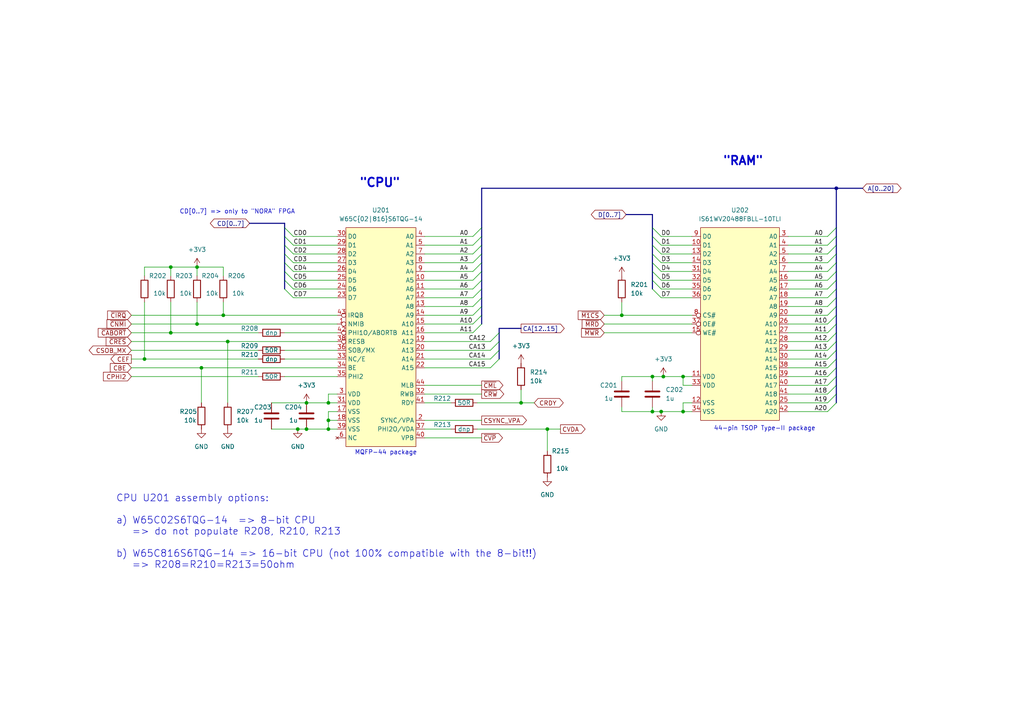
<source format=kicad_sch>
(kicad_sch (version 20211123) (generator eeschema)

  (uuid e6ef0f5d-18e6-4ee5-b435-1c0b2718e2fb)

  (paper "A4")

  (title_block
    (title "OpenX65 - CPU and SRAM")
    (date "2023-03-30")
    (rev "rev01")
    (company "FOR X65.EU DESIGNED BY JSYKORA.INFO")
    (comment 1 "OpenX65 MOTHERBOARD")
  )

  (lib_symbols
    (symbol "Device:C" (pin_numbers hide) (pin_names (offset 0.254)) (in_bom yes) (on_board yes)
      (property "Reference" "C" (id 0) (at 0.635 2.54 0)
        (effects (font (size 1.27 1.27)) (justify left))
      )
      (property "Value" "C" (id 1) (at 0.635 -2.54 0)
        (effects (font (size 1.27 1.27)) (justify left))
      )
      (property "Footprint" "" (id 2) (at 0.9652 -3.81 0)
        (effects (font (size 1.27 1.27)) hide)
      )
      (property "Datasheet" "~" (id 3) (at 0 0 0)
        (effects (font (size 1.27 1.27)) hide)
      )
      (property "ki_keywords" "cap capacitor" (id 4) (at 0 0 0)
        (effects (font (size 1.27 1.27)) hide)
      )
      (property "ki_description" "Unpolarized capacitor" (id 5) (at 0 0 0)
        (effects (font (size 1.27 1.27)) hide)
      )
      (property "ki_fp_filters" "C_*" (id 6) (at 0 0 0)
        (effects (font (size 1.27 1.27)) hide)
      )
      (symbol "C_0_1"
        (polyline
          (pts
            (xy -2.032 -0.762)
            (xy 2.032 -0.762)
          )
          (stroke (width 0.508) (type default) (color 0 0 0 0))
          (fill (type none))
        )
        (polyline
          (pts
            (xy -2.032 0.762)
            (xy 2.032 0.762)
          )
          (stroke (width 0.508) (type default) (color 0 0 0 0))
          (fill (type none))
        )
      )
      (symbol "C_1_1"
        (pin passive line (at 0 3.81 270) (length 2.794)
          (name "~" (effects (font (size 1.27 1.27))))
          (number "1" (effects (font (size 1.27 1.27))))
        )
        (pin passive line (at 0 -3.81 90) (length 2.794)
          (name "~" (effects (font (size 1.27 1.27))))
          (number "2" (effects (font (size 1.27 1.27))))
        )
      )
    )
    (symbol "Device:R" (pin_numbers hide) (pin_names (offset 0)) (in_bom yes) (on_board yes)
      (property "Reference" "R" (id 0) (at 2.032 0 90)
        (effects (font (size 1.27 1.27)))
      )
      (property "Value" "R" (id 1) (at 0 0 90)
        (effects (font (size 1.27 1.27)))
      )
      (property "Footprint" "" (id 2) (at -1.778 0 90)
        (effects (font (size 1.27 1.27)) hide)
      )
      (property "Datasheet" "~" (id 3) (at 0 0 0)
        (effects (font (size 1.27 1.27)) hide)
      )
      (property "ki_keywords" "R res resistor" (id 4) (at 0 0 0)
        (effects (font (size 1.27 1.27)) hide)
      )
      (property "ki_description" "Resistor" (id 5) (at 0 0 0)
        (effects (font (size 1.27 1.27)) hide)
      )
      (property "ki_fp_filters" "R_*" (id 6) (at 0 0 0)
        (effects (font (size 1.27 1.27)) hide)
      )
      (symbol "R_0_1"
        (rectangle (start -1.016 -2.54) (end 1.016 2.54)
          (stroke (width 0.254) (type default) (color 0 0 0 0))
          (fill (type none))
        )
      )
      (symbol "R_1_1"
        (pin passive line (at 0 3.81 270) (length 1.27)
          (name "~" (effects (font (size 1.27 1.27))))
          (number "1" (effects (font (size 1.27 1.27))))
        )
        (pin passive line (at 0 -3.81 90) (length 1.27)
          (name "~" (effects (font (size 1.27 1.27))))
          (number "2" (effects (font (size 1.27 1.27))))
        )
      )
    )
    (symbol "SRAM:IS61WV20488FBLL-10TLI" (in_bom yes) (on_board yes)
      (property "Reference" "U" (id 0) (at -10.16 -1.27 0)
        (effects (font (size 1.27 1.27)))
      )
      (property "Value" "IS61WV20488FBLL-10TLI" (id 1) (at 0 -3.81 0)
        (effects (font (size 1.27 1.27)))
      )
      (property "Footprint" "Package_SO:TSOP-II-44_10.16x18.41mm_P0.8mm" (id 2) (at 3.81 -6.35 0)
        (effects (font (size 1.27 1.27)) hide)
      )
      (property "Datasheet" "" (id 3) (at 0 0 0)
        (effects (font (size 1.27 1.27)) hide)
      )
      (property "ki_description" "ASYNC SRAM 2Mx8" (id 4) (at 0 0 0)
        (effects (font (size 1.27 1.27)) hide)
      )
      (symbol "IS61WV20488FBLL-10TLI_0_1"
        (rectangle (start -11.43 55.88) (end 11.43 0)
          (stroke (width 0) (type default) (color 0 0 0 0))
          (fill (type background))
        )
      )
      (symbol "IS61WV20488FBLL-10TLI_1_1"
        (pin bidirectional line (at -13.97 50.8 0) (length 2.54)
          (name "D1" (effects (font (size 1.27 1.27))))
          (number "10" (effects (font (size 1.27 1.27))))
        )
        (pin power_in line (at -13.97 12.7 0) (length 2.54)
          (name "VDD" (effects (font (size 1.27 1.27))))
          (number "11" (effects (font (size 1.27 1.27))))
        )
        (pin power_in line (at -13.97 5.08 0) (length 2.54)
          (name "VSS" (effects (font (size 1.27 1.27))))
          (number "12" (effects (font (size 1.27 1.27))))
        )
        (pin bidirectional line (at -13.97 48.26 0) (length 2.54)
          (name "D2" (effects (font (size 1.27 1.27))))
          (number "13" (effects (font (size 1.27 1.27))))
        )
        (pin bidirectional line (at -13.97 45.72 0) (length 2.54)
          (name "D3" (effects (font (size 1.27 1.27))))
          (number "14" (effects (font (size 1.27 1.27))))
        )
        (pin input inverted (at -13.97 25.4 0) (length 2.54)
          (name "WE#" (effects (font (size 1.27 1.27))))
          (number "15" (effects (font (size 1.27 1.27))))
        )
        (pin input line (at 13.97 40.64 180) (length 2.54)
          (name "A5" (effects (font (size 1.27 1.27))))
          (number "16" (effects (font (size 1.27 1.27))))
        )
        (pin input line (at 13.97 38.1 180) (length 2.54)
          (name "A6" (effects (font (size 1.27 1.27))))
          (number "17" (effects (font (size 1.27 1.27))))
        )
        (pin input line (at 13.97 35.56 180) (length 2.54)
          (name "A7" (effects (font (size 1.27 1.27))))
          (number "18" (effects (font (size 1.27 1.27))))
        )
        (pin input line (at 13.97 33.02 180) (length 2.54)
          (name "A8" (effects (font (size 1.27 1.27))))
          (number "19" (effects (font (size 1.27 1.27))))
        )
        (pin input line (at 13.97 30.48 180) (length 2.54)
          (name "A9" (effects (font (size 1.27 1.27))))
          (number "20" (effects (font (size 1.27 1.27))))
        )
        (pin input line (at 13.97 5.08 180) (length 2.54)
          (name "A19" (effects (font (size 1.27 1.27))))
          (number "25" (effects (font (size 1.27 1.27))))
        )
        (pin input line (at 13.97 27.94 180) (length 2.54)
          (name "A10" (effects (font (size 1.27 1.27))))
          (number "26" (effects (font (size 1.27 1.27))))
        )
        (pin input line (at 13.97 25.4 180) (length 2.54)
          (name "A11" (effects (font (size 1.27 1.27))))
          (number "27" (effects (font (size 1.27 1.27))))
        )
        (pin input line (at 13.97 22.86 180) (length 2.54)
          (name "A12" (effects (font (size 1.27 1.27))))
          (number "28" (effects (font (size 1.27 1.27))))
        )
        (pin input line (at 13.97 20.32 180) (length 2.54)
          (name "A13" (effects (font (size 1.27 1.27))))
          (number "29" (effects (font (size 1.27 1.27))))
        )
        (pin input line (at 13.97 53.34 180) (length 2.54)
          (name "A0" (effects (font (size 1.27 1.27))))
          (number "3" (effects (font (size 1.27 1.27))))
        )
        (pin input line (at 13.97 17.78 180) (length 2.54)
          (name "A14" (effects (font (size 1.27 1.27))))
          (number "30" (effects (font (size 1.27 1.27))))
        )
        (pin bidirectional line (at -13.97 43.18 0) (length 2.54)
          (name "D4" (effects (font (size 1.27 1.27))))
          (number "31" (effects (font (size 1.27 1.27))))
        )
        (pin bidirectional line (at -13.97 40.64 0) (length 2.54)
          (name "D5" (effects (font (size 1.27 1.27))))
          (number "32" (effects (font (size 1.27 1.27))))
        )
        (pin power_in line (at -13.97 10.16 0) (length 2.54)
          (name "VDD" (effects (font (size 1.27 1.27))))
          (number "33" (effects (font (size 1.27 1.27))))
        )
        (pin power_in line (at -13.97 2.54 0) (length 2.54)
          (name "VSS" (effects (font (size 1.27 1.27))))
          (number "34" (effects (font (size 1.27 1.27))))
        )
        (pin bidirectional line (at -13.97 38.1 0) (length 2.54)
          (name "D6" (effects (font (size 1.27 1.27))))
          (number "35" (effects (font (size 1.27 1.27))))
        )
        (pin bidirectional line (at -13.97 35.56 0) (length 2.54)
          (name "D7" (effects (font (size 1.27 1.27))))
          (number "36" (effects (font (size 1.27 1.27))))
        )
        (pin input inverted (at -13.97 27.94 0) (length 2.54)
          (name "OE#" (effects (font (size 1.27 1.27))))
          (number "37" (effects (font (size 1.27 1.27))))
        )
        (pin input line (at 13.97 15.24 180) (length 2.54)
          (name "A15" (effects (font (size 1.27 1.27))))
          (number "38" (effects (font (size 1.27 1.27))))
        )
        (pin input line (at 13.97 12.7 180) (length 2.54)
          (name "A16" (effects (font (size 1.27 1.27))))
          (number "39" (effects (font (size 1.27 1.27))))
        )
        (pin input line (at 13.97 50.8 180) (length 2.54)
          (name "A1" (effects (font (size 1.27 1.27))))
          (number "4" (effects (font (size 1.27 1.27))))
        )
        (pin input line (at 13.97 10.16 180) (length 2.54)
          (name "A17" (effects (font (size 1.27 1.27))))
          (number "40" (effects (font (size 1.27 1.27))))
        )
        (pin input line (at 13.97 7.62 180) (length 2.54)
          (name "A18" (effects (font (size 1.27 1.27))))
          (number "41" (effects (font (size 1.27 1.27))))
        )
        (pin input line (at 13.97 2.54 180) (length 2.54)
          (name "A20" (effects (font (size 1.27 1.27))))
          (number "42" (effects (font (size 1.27 1.27))))
        )
        (pin input line (at 13.97 48.26 180) (length 2.54)
          (name "A2" (effects (font (size 1.27 1.27))))
          (number "5" (effects (font (size 1.27 1.27))))
        )
        (pin input line (at 13.97 45.72 180) (length 2.54)
          (name "A3" (effects (font (size 1.27 1.27))))
          (number "6" (effects (font (size 1.27 1.27))))
        )
        (pin input line (at 13.97 43.18 180) (length 2.54)
          (name "A4" (effects (font (size 1.27 1.27))))
          (number "7" (effects (font (size 1.27 1.27))))
        )
        (pin input inverted (at -13.97 30.48 0) (length 2.54)
          (name "CS#" (effects (font (size 1.27 1.27))))
          (number "8" (effects (font (size 1.27 1.27))))
        )
        (pin bidirectional line (at -13.97 53.34 0) (length 2.54)
          (name "D0" (effects (font (size 1.27 1.27))))
          (number "9" (effects (font (size 1.27 1.27))))
        )
      )
    )
    (symbol "W65:W65C{02|816}S6TQG-14" (in_bom yes) (on_board yes)
      (property "Reference" "U" (id 0) (at -6.35 -11.43 0)
        (effects (font (size 1.27 1.27)))
      )
      (property "Value" "W65C{02|816}S6TQG-14" (id 1) (at 2.54 -13.97 0)
        (effects (font (size 1.27 1.27)))
      )
      (property "Footprint" "Package_QFP:PQFP-44_10x10mm_P0.8mm" (id 2) (at 2.54 -16.51 0)
        (effects (font (size 1.27 1.27)) hide)
      )
      (property "Datasheet" "https://www.westerndesigncenter.com/wdc/w65c816s-chip.php" (id 3) (at 2.54 -19.05 0)
        (effects (font (size 1.27 1.27)) hide)
      )
      (symbol "W65C{02|816}S6TQG-14_0_1"
        (rectangle (start -7.62 53.34) (end 12.7 -10.16)
          (stroke (width 0) (type default) (color 0 0 0 0))
          (fill (type background))
        )
      )
      (symbol "W65C{02|816}S6TQG-14_1_1"
        (pin input inverted (at -10.16 25.4 0) (length 2.54)
          (name "NMIB" (effects (font (size 1.27 1.27))))
          (number "1" (effects (font (size 1.27 1.27))))
        )
        (pin output line (at 15.24 38.1 180) (length 2.54)
          (name "A5" (effects (font (size 1.27 1.27))))
          (number "10" (effects (font (size 1.27 1.27))))
        )
        (pin output line (at 15.24 35.56 180) (length 2.54)
          (name "A6" (effects (font (size 1.27 1.27))))
          (number "11" (effects (font (size 1.27 1.27))))
        )
        (pin output line (at 15.24 33.02 180) (length 2.54)
          (name "A7" (effects (font (size 1.27 1.27))))
          (number "12" (effects (font (size 1.27 1.27))))
        )
        (pin output line (at 15.24 30.48 180) (length 2.54)
          (name "A8" (effects (font (size 1.27 1.27))))
          (number "13" (effects (font (size 1.27 1.27))))
        )
        (pin output line (at 15.24 27.94 180) (length 2.54)
          (name "A9" (effects (font (size 1.27 1.27))))
          (number "14" (effects (font (size 1.27 1.27))))
        )
        (pin output line (at 15.24 25.4 180) (length 2.54)
          (name "A10" (effects (font (size 1.27 1.27))))
          (number "15" (effects (font (size 1.27 1.27))))
        )
        (pin output line (at 15.24 22.86 180) (length 2.54)
          (name "A11" (effects (font (size 1.27 1.27))))
          (number "16" (effects (font (size 1.27 1.27))))
        )
        (pin power_in line (at -10.16 0 0) (length 2.54)
          (name "VSS" (effects (font (size 1.27 1.27))))
          (number "17" (effects (font (size 1.27 1.27))))
        )
        (pin power_in line (at -10.16 -2.54 0) (length 2.54)
          (name "VSS" (effects (font (size 1.27 1.27))))
          (number "18" (effects (font (size 1.27 1.27))))
        )
        (pin output line (at 15.24 20.32 180) (length 2.54)
          (name "A12" (effects (font (size 1.27 1.27))))
          (number "19" (effects (font (size 1.27 1.27))))
        )
        (pin output line (at 15.24 -2.54 180) (length 2.54)
          (name "SYNC/VPA" (effects (font (size 1.27 1.27))))
          (number "2" (effects (font (size 1.27 1.27))))
        )
        (pin output line (at 15.24 17.78 180) (length 2.54)
          (name "A13" (effects (font (size 1.27 1.27))))
          (number "20" (effects (font (size 1.27 1.27))))
        )
        (pin output line (at 15.24 15.24 180) (length 2.54)
          (name "A14" (effects (font (size 1.27 1.27))))
          (number "21" (effects (font (size 1.27 1.27))))
        )
        (pin output line (at 15.24 12.7 180) (length 2.54)
          (name "A15" (effects (font (size 1.27 1.27))))
          (number "22" (effects (font (size 1.27 1.27))))
        )
        (pin bidirectional line (at -10.16 33.02 0) (length 2.54)
          (name "D7" (effects (font (size 1.27 1.27))))
          (number "23" (effects (font (size 1.27 1.27))))
        )
        (pin bidirectional line (at -10.16 35.56 0) (length 2.54)
          (name "D6" (effects (font (size 1.27 1.27))))
          (number "24" (effects (font (size 1.27 1.27))))
        )
        (pin bidirectional line (at -10.16 38.1 0) (length 2.54)
          (name "D5" (effects (font (size 1.27 1.27))))
          (number "25" (effects (font (size 1.27 1.27))))
        )
        (pin bidirectional line (at -10.16 40.64 0) (length 2.54)
          (name "D4" (effects (font (size 1.27 1.27))))
          (number "26" (effects (font (size 1.27 1.27))))
        )
        (pin bidirectional line (at -10.16 43.18 0) (length 2.54)
          (name "D3" (effects (font (size 1.27 1.27))))
          (number "27" (effects (font (size 1.27 1.27))))
        )
        (pin bidirectional line (at -10.16 45.72 0) (length 2.54)
          (name "D2" (effects (font (size 1.27 1.27))))
          (number "28" (effects (font (size 1.27 1.27))))
        )
        (pin bidirectional line (at -10.16 48.26 0) (length 2.54)
          (name "D1" (effects (font (size 1.27 1.27))))
          (number "29" (effects (font (size 1.27 1.27))))
        )
        (pin power_in line (at -10.16 5.08 0) (length 2.54)
          (name "VDD" (effects (font (size 1.27 1.27))))
          (number "3" (effects (font (size 1.27 1.27))))
        )
        (pin bidirectional line (at -10.16 50.8 0) (length 2.54)
          (name "D0" (effects (font (size 1.27 1.27))))
          (number "30" (effects (font (size 1.27 1.27))))
        )
        (pin power_in line (at -10.16 2.54 0) (length 2.54)
          (name "VDD" (effects (font (size 1.27 1.27))))
          (number "31" (effects (font (size 1.27 1.27))))
        )
        (pin output line (at 15.24 5.08 180) (length 2.54)
          (name "RWB" (effects (font (size 1.27 1.27))))
          (number "32" (effects (font (size 1.27 1.27))))
        )
        (pin output line (at -10.16 15.24 0) (length 2.54)
          (name "NC/E" (effects (font (size 1.27 1.27))))
          (number "33" (effects (font (size 1.27 1.27))))
        )
        (pin input line (at -10.16 12.7 0) (length 2.54)
          (name "BE" (effects (font (size 1.27 1.27))))
          (number "34" (effects (font (size 1.27 1.27))))
        )
        (pin input line (at -10.16 10.16 0) (length 2.54)
          (name "PHI2" (effects (font (size 1.27 1.27))))
          (number "35" (effects (font (size 1.27 1.27))))
        )
        (pin output line (at -10.16 17.78 0) (length 2.54)
          (name "SOB/MX" (effects (font (size 1.27 1.27))))
          (number "36" (effects (font (size 1.27 1.27))))
        )
        (pin output line (at 15.24 -5.08 180) (length 2.54)
          (name "PHI2O/VDA" (effects (font (size 1.27 1.27))))
          (number "37" (effects (font (size 1.27 1.27))))
        )
        (pin input inverted (at -10.16 20.32 0) (length 2.54)
          (name "RESB" (effects (font (size 1.27 1.27))))
          (number "38" (effects (font (size 1.27 1.27))))
        )
        (pin power_in line (at -10.16 -5.08 0) (length 2.54)
          (name "VSS" (effects (font (size 1.27 1.27))))
          (number "39" (effects (font (size 1.27 1.27))))
        )
        (pin output line (at 15.24 50.8 180) (length 2.54)
          (name "A0" (effects (font (size 1.27 1.27))))
          (number "4" (effects (font (size 1.27 1.27))))
        )
        (pin output line (at 15.24 -7.62 180) (length 2.54)
          (name "VPB" (effects (font (size 1.27 1.27))))
          (number "40" (effects (font (size 1.27 1.27))))
        )
        (pin bidirectional line (at 15.24 2.54 180) (length 2.54)
          (name "RDY" (effects (font (size 1.27 1.27))))
          (number "41" (effects (font (size 1.27 1.27))))
        )
        (pin bidirectional inverted (at -10.16 22.86 0) (length 2.54)
          (name "PHI1O/ABORTB" (effects (font (size 1.27 1.27))))
          (number "42" (effects (font (size 1.27 1.27))))
        )
        (pin input inverted (at -10.16 27.94 0) (length 2.54)
          (name "IRQB" (effects (font (size 1.27 1.27))))
          (number "43" (effects (font (size 1.27 1.27))))
        )
        (pin output line (at 15.24 7.62 180) (length 2.54)
          (name "MLB" (effects (font (size 1.27 1.27))))
          (number "44" (effects (font (size 1.27 1.27))))
        )
        (pin output line (at 15.24 48.26 180) (length 2.54)
          (name "A1" (effects (font (size 1.27 1.27))))
          (number "5" (effects (font (size 1.27 1.27))))
        )
        (pin no_connect line (at -10.16 -7.62 0) (length 2.54)
          (name "NC" (effects (font (size 1.27 1.27))))
          (number "6" (effects (font (size 1.27 1.27))))
        )
        (pin output line (at 15.24 45.72 180) (length 2.54)
          (name "A2" (effects (font (size 1.27 1.27))))
          (number "7" (effects (font (size 1.27 1.27))))
        )
        (pin output line (at 15.24 43.18 180) (length 2.54)
          (name "A3" (effects (font (size 1.27 1.27))))
          (number "8" (effects (font (size 1.27 1.27))))
        )
        (pin output line (at 15.24 40.64 180) (length 2.54)
          (name "A4" (effects (font (size 1.27 1.27))))
          (number "9" (effects (font (size 1.27 1.27))))
        )
      )
    )
    (symbol "power:+3V3" (power) (pin_names (offset 0)) (in_bom yes) (on_board yes)
      (property "Reference" "#PWR" (id 0) (at 0 -3.81 0)
        (effects (font (size 1.27 1.27)) hide)
      )
      (property "Value" "+3V3" (id 1) (at 0 3.556 0)
        (effects (font (size 1.27 1.27)))
      )
      (property "Footprint" "" (id 2) (at 0 0 0)
        (effects (font (size 1.27 1.27)) hide)
      )
      (property "Datasheet" "" (id 3) (at 0 0 0)
        (effects (font (size 1.27 1.27)) hide)
      )
      (property "ki_keywords" "global power" (id 4) (at 0 0 0)
        (effects (font (size 1.27 1.27)) hide)
      )
      (property "ki_description" "Power symbol creates a global label with name \"+3V3\"" (id 5) (at 0 0 0)
        (effects (font (size 1.27 1.27)) hide)
      )
      (symbol "+3V3_0_1"
        (polyline
          (pts
            (xy -0.762 1.27)
            (xy 0 2.54)
          )
          (stroke (width 0) (type default) (color 0 0 0 0))
          (fill (type none))
        )
        (polyline
          (pts
            (xy 0 0)
            (xy 0 2.54)
          )
          (stroke (width 0) (type default) (color 0 0 0 0))
          (fill (type none))
        )
        (polyline
          (pts
            (xy 0 2.54)
            (xy 0.762 1.27)
          )
          (stroke (width 0) (type default) (color 0 0 0 0))
          (fill (type none))
        )
      )
      (symbol "+3V3_1_1"
        (pin power_in line (at 0 0 90) (length 0) hide
          (name "+3V3" (effects (font (size 1.27 1.27))))
          (number "1" (effects (font (size 1.27 1.27))))
        )
      )
    )
    (symbol "power:GND" (power) (pin_names (offset 0)) (in_bom yes) (on_board yes)
      (property "Reference" "#PWR" (id 0) (at 0 -6.35 0)
        (effects (font (size 1.27 1.27)) hide)
      )
      (property "Value" "GND" (id 1) (at 0 -3.81 0)
        (effects (font (size 1.27 1.27)))
      )
      (property "Footprint" "" (id 2) (at 0 0 0)
        (effects (font (size 1.27 1.27)) hide)
      )
      (property "Datasheet" "" (id 3) (at 0 0 0)
        (effects (font (size 1.27 1.27)) hide)
      )
      (property "ki_keywords" "power-flag" (id 4) (at 0 0 0)
        (effects (font (size 1.27 1.27)) hide)
      )
      (property "ki_description" "Power symbol creates a global label with name \"GND\" , ground" (id 5) (at 0 0 0)
        (effects (font (size 1.27 1.27)) hide)
      )
      (symbol "GND_0_1"
        (polyline
          (pts
            (xy 0 0)
            (xy 0 -1.27)
            (xy 1.27 -1.27)
            (xy 0 -2.54)
            (xy -1.27 -1.27)
            (xy 0 -1.27)
          )
          (stroke (width 0) (type default) (color 0 0 0 0))
          (fill (type none))
        )
      )
      (symbol "GND_1_1"
        (pin power_in line (at 0 0 270) (length 0) hide
          (name "GND" (effects (font (size 1.27 1.27))))
          (number "1" (effects (font (size 1.27 1.27))))
        )
      )
    )
  )

  (junction (at 189.23 119.38) (diameter 0) (color 0 0 0 0)
    (uuid 061c2578-7660-4cf4-bc77-522bfcfe6b89)
  )
  (junction (at 41.91 104.14) (diameter 0) (color 0 0 0 0)
    (uuid 17480149-1e57-4f36-b646-733b1a202926)
  )
  (junction (at 88.9 124.46) (diameter 0) (color 0 0 0 0)
    (uuid 1be437e6-fb6e-442a-a601-07ad99dc31af)
  )
  (junction (at 57.15 77.47) (diameter 0) (color 0 0 0 0)
    (uuid 2631092f-572f-4daa-ae9e-fd1137bcd6e5)
  )
  (junction (at 64.77 91.44) (diameter 0) (color 0 0 0 0)
    (uuid 42e592ce-bb1f-4b16-84cc-b1869f9ddb59)
  )
  (junction (at 95.25 116.84) (diameter 0) (color 0 0 0 0)
    (uuid 43db6537-b86f-4355-b6c9-f7165ef74cdb)
  )
  (junction (at 57.15 93.98) (diameter 0) (color 0 0 0 0)
    (uuid 47892018-4208-4914-9c62-6a558173df9c)
  )
  (junction (at 191.77 119.38) (diameter 0) (color 0 0 0 0)
    (uuid 4f861a70-9344-4525-b11f-a1583ce4e478)
  )
  (junction (at 95.25 121.92) (diameter 0) (color 0 0 0 0)
    (uuid 6530c06d-2cb5-4320-8036-d3a7cdae0879)
  )
  (junction (at 192.405 109.22) (diameter 0) (color 0 0 0 0)
    (uuid 6a9b75da-7277-48e1-8395-2b242b27416a)
  )
  (junction (at 95.25 124.46) (diameter 0) (color 0 0 0 0)
    (uuid 6f852d5b-096f-41ba-a66d-1eddf92fd93d)
  )
  (junction (at 66.04 99.06) (diameter 0) (color 0 0 0 0)
    (uuid 905f74fd-17d5-4280-9931-910e36a1aa87)
  )
  (junction (at 158.75 124.46) (diameter 0) (color 0 0 0 0)
    (uuid 90778e36-14d4-48cb-a998-b66952468769)
  )
  (junction (at 86.36 124.46) (diameter 0) (color 0 0 0 0)
    (uuid 962c18d1-6680-43ef-8806-1b199d13afe0)
  )
  (junction (at 58.42 106.68) (diameter 0) (color 0 0 0 0)
    (uuid 9e1be28e-2e5c-44f7-bd53-3661d0ba453c)
  )
  (junction (at 88.9 116.84) (diameter 0) (color 0 0 0 0)
    (uuid 9fb6e6b8-1bde-4727-a6f1-9019780d9288)
  )
  (junction (at 151.13 116.84) (diameter 0) (color 0 0 0 0)
    (uuid b9986484-dc4b-42d1-b1ad-cb00cb2c92e1)
  )
  (junction (at 49.53 77.47) (diameter 0) (color 0 0 0 0)
    (uuid be61a537-b083-43c5-b080-6995ca424024)
  )
  (junction (at 49.53 96.52) (diameter 0) (color 0 0 0 0)
    (uuid be718134-8bcc-482f-bcea-18d6222d9c30)
  )
  (junction (at 198.12 119.38) (diameter 0) (color 0 0 0 0)
    (uuid c8b8bfa4-6fe8-43b6-809c-da5aa0bcc47b)
  )
  (junction (at 242.57 54.61) (diameter 0) (color 0 0 0 0)
    (uuid cfd5b354-f337-437c-939a-1c67b7cd6276)
  )
  (junction (at 189.23 109.22) (diameter 0) (color 0 0 0 0)
    (uuid d4e344e7-4f11-445b-b3ac-dfd0f56c2d17)
  )
  (junction (at 198.12 109.22) (diameter 0) (color 0 0 0 0)
    (uuid df1e6d07-509e-473e-915d-de944dfbdb0d)
  )
  (junction (at 180.34 91.44) (diameter 0) (color 0 0 0 0)
    (uuid f8a22385-2c55-4857-b0b0-98f64b10e744)
  )

  (bus_entry (at 189.23 76.2) (size 2.54 2.54)
    (stroke (width 0) (type default) (color 0 0 0 0))
    (uuid 0569735a-accc-4d3d-a5b2-500b7b9081a7)
  )
  (bus_entry (at 242.57 86.36) (size -2.54 2.54)
    (stroke (width 0) (type default) (color 0 0 0 0))
    (uuid 128cadf4-ee73-432b-9637-5e8ea2c28136)
  )
  (bus_entry (at 242.57 88.9) (size -2.54 2.54)
    (stroke (width 0) (type default) (color 0 0 0 0))
    (uuid 1e05d314-8cc2-4be5-b5a5-2379a18f11a1)
  )
  (bus_entry (at 242.57 116.84) (size -2.54 2.54)
    (stroke (width 0) (type default) (color 0 0 0 0))
    (uuid 23ade484-2a76-4ecf-b3fa-7020e0a05cf6)
  )
  (bus_entry (at 242.57 106.68) (size -2.54 2.54)
    (stroke (width 0) (type default) (color 0 0 0 0))
    (uuid 2496bb0c-80c5-4144-88b5-4e974b156000)
  )
  (bus_entry (at 137.16 91.44) (size 2.54 -2.54)
    (stroke (width 0) (type default) (color 0 0 0 0))
    (uuid 361470d3-4847-48bf-8e5c-b0761e7f3e2f)
  )
  (bus_entry (at 137.16 96.52) (size 2.54 -2.54)
    (stroke (width 0) (type default) (color 0 0 0 0))
    (uuid 361470d3-4847-48bf-8e5c-b0761e7f3e30)
  )
  (bus_entry (at 137.16 93.98) (size 2.54 -2.54)
    (stroke (width 0) (type default) (color 0 0 0 0))
    (uuid 361470d3-4847-48bf-8e5c-b0761e7f3e31)
  )
  (bus_entry (at 137.16 86.36) (size 2.54 -2.54)
    (stroke (width 0) (type default) (color 0 0 0 0))
    (uuid 361470d3-4847-48bf-8e5c-b0761e7f3e32)
  )
  (bus_entry (at 137.16 83.82) (size 2.54 -2.54)
    (stroke (width 0) (type default) (color 0 0 0 0))
    (uuid 361470d3-4847-48bf-8e5c-b0761e7f3e33)
  )
  (bus_entry (at 137.16 88.9) (size 2.54 -2.54)
    (stroke (width 0) (type default) (color 0 0 0 0))
    (uuid 361470d3-4847-48bf-8e5c-b0761e7f3e34)
  )
  (bus_entry (at 137.16 78.74) (size 2.54 -2.54)
    (stroke (width 0) (type default) (color 0 0 0 0))
    (uuid 361470d3-4847-48bf-8e5c-b0761e7f3e35)
  )
  (bus_entry (at 137.16 81.28) (size 2.54 -2.54)
    (stroke (width 0) (type default) (color 0 0 0 0))
    (uuid 361470d3-4847-48bf-8e5c-b0761e7f3e36)
  )
  (bus_entry (at 137.16 76.2) (size 2.54 -2.54)
    (stroke (width 0) (type default) (color 0 0 0 0))
    (uuid 361470d3-4847-48bf-8e5c-b0761e7f3e37)
  )
  (bus_entry (at 137.16 71.12) (size 2.54 -2.54)
    (stroke (width 0) (type default) (color 0 0 0 0))
    (uuid 361470d3-4847-48bf-8e5c-b0761e7f3e38)
  )
  (bus_entry (at 137.16 73.66) (size 2.54 -2.54)
    (stroke (width 0) (type default) (color 0 0 0 0))
    (uuid 361470d3-4847-48bf-8e5c-b0761e7f3e39)
  )
  (bus_entry (at 137.16 68.58) (size 2.54 -2.54)
    (stroke (width 0) (type default) (color 0 0 0 0))
    (uuid 361470d3-4847-48bf-8e5c-b0761e7f3e3a)
  )
  (bus_entry (at 242.57 93.98) (size -2.54 2.54)
    (stroke (width 0) (type default) (color 0 0 0 0))
    (uuid 388855a2-2781-41a9-8368-7712cc16c869)
  )
  (bus_entry (at 189.23 81.28) (size 2.54 2.54)
    (stroke (width 0) (type default) (color 0 0 0 0))
    (uuid 39995754-0a35-45be-98dc-c5250c81e56e)
  )
  (bus_entry (at 242.57 68.58) (size -2.54 2.54)
    (stroke (width 0) (type default) (color 0 0 0 0))
    (uuid 39b61954-d480-4b58-821f-db57f0c86b28)
  )
  (bus_entry (at 189.23 73.66) (size 2.54 2.54)
    (stroke (width 0) (type default) (color 0 0 0 0))
    (uuid 3d43c9b7-404b-467e-893f-0953a1d6b433)
  )
  (bus_entry (at 189.23 83.82) (size 2.54 2.54)
    (stroke (width 0) (type default) (color 0 0 0 0))
    (uuid 4301be73-a88e-458d-8b0a-e1961caaa5bc)
  )
  (bus_entry (at 242.57 104.14) (size -2.54 2.54)
    (stroke (width 0) (type default) (color 0 0 0 0))
    (uuid 4a1a018a-2cba-49f1-a9d8-41c9b3e692d2)
  )
  (bus_entry (at 242.57 101.6) (size -2.54 2.54)
    (stroke (width 0) (type default) (color 0 0 0 0))
    (uuid 507738e7-37c6-4be7-b72c-7f46c5f2b8f8)
  )
  (bus_entry (at 242.57 81.28) (size -2.54 2.54)
    (stroke (width 0) (type default) (color 0 0 0 0))
    (uuid 58b31edd-265d-48cb-aa27-0bf1762eba24)
  )
  (bus_entry (at 242.57 73.66) (size -2.54 2.54)
    (stroke (width 0) (type default) (color 0 0 0 0))
    (uuid 5f56ed6c-f8d8-4037-bdd7-3880124c3798)
  )
  (bus_entry (at 242.57 109.22) (size -2.54 2.54)
    (stroke (width 0) (type default) (color 0 0 0 0))
    (uuid 60e43c67-8ee9-4415-8500-5c7514df62ae)
  )
  (bus_entry (at 189.23 66.04) (size 2.54 2.54)
    (stroke (width 0) (type default) (color 0 0 0 0))
    (uuid 7d0446b8-dcba-47fb-a181-5f1621ffd074)
  )
  (bus_entry (at 242.57 76.2) (size -2.54 2.54)
    (stroke (width 0) (type default) (color 0 0 0 0))
    (uuid 8457b5da-e83f-467e-89fe-3bc5664ae775)
  )
  (bus_entry (at 242.57 66.04) (size -2.54 2.54)
    (stroke (width 0) (type default) (color 0 0 0 0))
    (uuid 8bac7ca8-1667-4ab1-a9fa-27ef4218a7dd)
  )
  (bus_entry (at 242.57 114.3) (size -2.54 2.54)
    (stroke (width 0) (type default) (color 0 0 0 0))
    (uuid 8ecd215f-f5cd-4740-b8fd-69663928057f)
  )
  (bus_entry (at 242.57 99.06) (size -2.54 2.54)
    (stroke (width 0) (type default) (color 0 0 0 0))
    (uuid 9cf6352a-b8ca-4a3a-bf2a-26cefb5d447e)
  )
  (bus_entry (at 142.24 99.06) (size 2.54 -2.54)
    (stroke (width 0) (type default) (color 0 0 0 0))
    (uuid a5e8cd77-1ec8-4f4c-ba62-156c06afd3bb)
  )
  (bus_entry (at 142.24 101.6) (size 2.54 -2.54)
    (stroke (width 0) (type default) (color 0 0 0 0))
    (uuid a5e8cd77-1ec8-4f4c-ba62-156c06afd3bc)
  )
  (bus_entry (at 142.24 104.14) (size 2.54 -2.54)
    (stroke (width 0) (type default) (color 0 0 0 0))
    (uuid a5e8cd77-1ec8-4f4c-ba62-156c06afd3bd)
  )
  (bus_entry (at 142.24 106.68) (size 2.54 -2.54)
    (stroke (width 0) (type default) (color 0 0 0 0))
    (uuid a5e8cd77-1ec8-4f4c-ba62-156c06afd3be)
  )
  (bus_entry (at 242.57 96.52) (size -2.54 2.54)
    (stroke (width 0) (type default) (color 0 0 0 0))
    (uuid b3834601-d448-45bf-9e7c-121ea6295cea)
  )
  (bus_entry (at 189.23 78.74) (size 2.54 2.54)
    (stroke (width 0) (type default) (color 0 0 0 0))
    (uuid c65bbabe-2f1d-4077-a0bd-072b1072c102)
  )
  (bus_entry (at 189.23 71.12) (size 2.54 2.54)
    (stroke (width 0) (type default) (color 0 0 0 0))
    (uuid cd554ec8-449a-429a-9f22-0ad4189a5620)
  )
  (bus_entry (at 189.23 68.58) (size 2.54 2.54)
    (stroke (width 0) (type default) (color 0 0 0 0))
    (uuid d13c31cb-2726-4752-8029-af40ad115117)
  )
  (bus_entry (at 82.55 66.04) (size 2.54 2.54)
    (stroke (width 0) (type default) (color 0 0 0 0))
    (uuid d4bfd5c6-569e-49c2-bc51-940501f5d1f1)
  )
  (bus_entry (at 82.55 68.58) (size 2.54 2.54)
    (stroke (width 0) (type default) (color 0 0 0 0))
    (uuid e170c0e9-ef1c-46f2-817c-044c35245980)
  )
  (bus_entry (at 82.55 71.12) (size 2.54 2.54)
    (stroke (width 0) (type default) (color 0 0 0 0))
    (uuid e170c0e9-ef1c-46f2-817c-044c35245981)
  )
  (bus_entry (at 82.55 78.74) (size 2.54 2.54)
    (stroke (width 0) (type default) (color 0 0 0 0))
    (uuid e170c0e9-ef1c-46f2-817c-044c35245982)
  )
  (bus_entry (at 82.55 73.66) (size 2.54 2.54)
    (stroke (width 0) (type default) (color 0 0 0 0))
    (uuid e170c0e9-ef1c-46f2-817c-044c35245983)
  )
  (bus_entry (at 82.55 76.2) (size 2.54 2.54)
    (stroke (width 0) (type default) (color 0 0 0 0))
    (uuid e170c0e9-ef1c-46f2-817c-044c35245984)
  )
  (bus_entry (at 82.55 81.28) (size 2.54 2.54)
    (stroke (width 0) (type default) (color 0 0 0 0))
    (uuid e170c0e9-ef1c-46f2-817c-044c35245985)
  )
  (bus_entry (at 82.55 83.82) (size 2.54 2.54)
    (stroke (width 0) (type default) (color 0 0 0 0))
    (uuid e170c0e9-ef1c-46f2-817c-044c35245986)
  )
  (bus_entry (at 242.57 91.44) (size -2.54 2.54)
    (stroke (width 0) (type default) (color 0 0 0 0))
    (uuid ec23cc99-62b3-43b3-a04f-b2d286b07735)
  )
  (bus_entry (at 242.57 71.12) (size -2.54 2.54)
    (stroke (width 0) (type default) (color 0 0 0 0))
    (uuid ef9381e4-ceeb-473b-9f93-99c9bac257d3)
  )
  (bus_entry (at 242.57 83.82) (size -2.54 2.54)
    (stroke (width 0) (type default) (color 0 0 0 0))
    (uuid f4a8131a-26bd-410c-a5b8-b5e5286b5aa3)
  )
  (bus_entry (at 242.57 78.74) (size -2.54 2.54)
    (stroke (width 0) (type default) (color 0 0 0 0))
    (uuid fa6f0d64-8cef-460c-a30a-9c1de4e6f732)
  )
  (bus_entry (at 242.57 111.76) (size -2.54 2.54)
    (stroke (width 0) (type default) (color 0 0 0 0))
    (uuid fd0a3887-7b2f-4fa7-bcb4-47d60e3471bf)
  )

  (wire (pts (xy 123.19 106.68) (xy 142.24 106.68))
    (stroke (width 0) (type default) (color 0 0 0 0))
    (uuid 0044a297-ba40-46d1-bb06-c058af6d04da)
  )
  (bus (pts (xy 144.78 101.6) (xy 144.78 104.14))
    (stroke (width 0) (type default) (color 0 0 0 0))
    (uuid 02a827c6-e89d-42a8-942d-65022f72368d)
  )

  (wire (pts (xy 228.6 81.28) (xy 240.03 81.28))
    (stroke (width 0) (type default) (color 0 0 0 0))
    (uuid 044142f3-890c-42d5-bd0e-bb91ea9df101)
  )
  (wire (pts (xy 198.12 119.38) (xy 200.66 119.38))
    (stroke (width 0) (type default) (color 0 0 0 0))
    (uuid 0622a3de-8250-46b5-8f93-91f56ac737e5)
  )
  (bus (pts (xy 139.7 54.61) (xy 242.57 54.61))
    (stroke (width 0) (type default) (color 0 0 0 0))
    (uuid 070894b5-9632-4619-bf70-fcf934d61560)
  )

  (wire (pts (xy 97.79 106.68) (xy 58.42 106.68))
    (stroke (width 0) (type default) (color 0 0 0 0))
    (uuid 07d9a7c8-12b0-44b5-a68a-541bf4e3eeec)
  )
  (bus (pts (xy 242.57 88.9) (xy 242.57 91.44))
    (stroke (width 0) (type default) (color 0 0 0 0))
    (uuid 089bd19b-4fe1-495c-ac53-4cb2de52477d)
  )
  (bus (pts (xy 139.7 68.58) (xy 139.7 71.12))
    (stroke (width 0) (type default) (color 0 0 0 0))
    (uuid 08a27acb-5400-4212-970e-c250cc88ee06)
  )
  (bus (pts (xy 139.7 91.44) (xy 139.7 93.98))
    (stroke (width 0) (type default) (color 0 0 0 0))
    (uuid 09e37eb8-a609-411d-b1e7-514095e10df2)
  )

  (wire (pts (xy 82.55 109.22) (xy 97.79 109.22))
    (stroke (width 0) (type default) (color 0 0 0 0))
    (uuid 0a98c295-68cd-4b18-b82e-3388b829bd70)
  )
  (wire (pts (xy 228.6 83.82) (xy 240.03 83.82))
    (stroke (width 0) (type default) (color 0 0 0 0))
    (uuid 0ad92611-3d4a-42ee-b068-74ce5be3bebe)
  )
  (bus (pts (xy 242.57 114.3) (xy 242.57 116.84))
    (stroke (width 0) (type default) (color 0 0 0 0))
    (uuid 0f32757d-8732-45ca-98a5-91585759a036)
  )

  (wire (pts (xy 228.6 73.66) (xy 240.03 73.66))
    (stroke (width 0) (type default) (color 0 0 0 0))
    (uuid 10cd59c3-9672-4cd6-b7ac-f7f8deddb8fb)
  )
  (wire (pts (xy 38.1 104.14) (xy 41.91 104.14))
    (stroke (width 0) (type default) (color 0 0 0 0))
    (uuid 11cf2d0a-5f86-4a98-a0d8-5a7df53a7875)
  )
  (wire (pts (xy 123.19 116.84) (xy 130.81 116.84))
    (stroke (width 0) (type default) (color 0 0 0 0))
    (uuid 1469993b-4187-425e-864a-4f4171214086)
  )
  (wire (pts (xy 38.1 101.6) (xy 74.93 101.6))
    (stroke (width 0) (type default) (color 0 0 0 0))
    (uuid 176e2f91-0c0e-4cd9-9000-d3c215057427)
  )
  (wire (pts (xy 57.15 77.47) (xy 64.77 77.47))
    (stroke (width 0) (type default) (color 0 0 0 0))
    (uuid 180bd427-7993-43fb-8c9c-5d2e3520bc83)
  )
  (wire (pts (xy 228.6 93.98) (xy 240.03 93.98))
    (stroke (width 0) (type default) (color 0 0 0 0))
    (uuid 18450ff3-6d3b-46a5-8dc6-b4e37f85d8e3)
  )
  (bus (pts (xy 139.7 73.66) (xy 139.7 76.2))
    (stroke (width 0) (type default) (color 0 0 0 0))
    (uuid 1b4eb985-fa64-4768-9fd3-77ab37c3d40c)
  )

  (wire (pts (xy 95.25 119.38) (xy 95.25 121.92))
    (stroke (width 0) (type default) (color 0 0 0 0))
    (uuid 1e9ba346-8bb9-436e-80b8-9a74dae03049)
  )
  (bus (pts (xy 189.23 73.66) (xy 189.23 76.2))
    (stroke (width 0) (type default) (color 0 0 0 0))
    (uuid 20c46656-0624-4a4a-8ef9-633b41917d63)
  )
  (bus (pts (xy 144.78 95.25) (xy 144.78 96.52))
    (stroke (width 0) (type default) (color 0 0 0 0))
    (uuid 2125d6e2-45d6-4e88-8c62-cc5750325357)
  )
  (bus (pts (xy 242.57 66.04) (xy 242.57 68.58))
    (stroke (width 0) (type default) (color 0 0 0 0))
    (uuid 24be69d5-e143-4153-a1b6-ee47e4293ab3)
  )

  (wire (pts (xy 228.6 104.14) (xy 240.03 104.14))
    (stroke (width 0) (type default) (color 0 0 0 0))
    (uuid 281d88b7-64cd-4e29-9c33-e813bea65e86)
  )
  (wire (pts (xy 189.23 109.22) (xy 189.23 110.49))
    (stroke (width 0) (type default) (color 0 0 0 0))
    (uuid 2a14f658-ffe6-43ba-a8fc-4064c3af1531)
  )
  (wire (pts (xy 228.6 76.2) (xy 240.03 76.2))
    (stroke (width 0) (type default) (color 0 0 0 0))
    (uuid 2d4b898b-1793-44f8-b5df-a625a589eccc)
  )
  (bus (pts (xy 82.55 76.2) (xy 82.55 78.74))
    (stroke (width 0) (type default) (color 0 0 0 0))
    (uuid 2d844813-b749-4de2-a327-50f9185b5cff)
  )

  (wire (pts (xy 88.9 124.46) (xy 95.25 124.46))
    (stroke (width 0) (type default) (color 0 0 0 0))
    (uuid 2d893c5d-ecd4-46e8-9e20-3db4bfc09659)
  )
  (wire (pts (xy 38.1 106.68) (xy 58.42 106.68))
    (stroke (width 0) (type default) (color 0 0 0 0))
    (uuid 2eafb28b-addf-446c-ad60-50f10335d1e3)
  )
  (wire (pts (xy 95.25 116.84) (xy 97.79 116.84))
    (stroke (width 0) (type default) (color 0 0 0 0))
    (uuid 2f73ccec-edd4-4190-b7a1-9356f7bef8c8)
  )
  (bus (pts (xy 139.7 54.61) (xy 139.7 66.04))
    (stroke (width 0) (type default) (color 0 0 0 0))
    (uuid 2fe8c02d-4e8b-4f8c-9631-987a1c144280)
  )

  (wire (pts (xy 123.19 78.74) (xy 137.16 78.74))
    (stroke (width 0) (type default) (color 0 0 0 0))
    (uuid 309e0fa3-f042-449a-8bb8-ac74d2397c09)
  )
  (wire (pts (xy 123.19 93.98) (xy 137.16 93.98))
    (stroke (width 0) (type default) (color 0 0 0 0))
    (uuid 3286dfd2-fd93-47a6-a409-35d4bf119ed9)
  )
  (wire (pts (xy 191.77 71.12) (xy 200.66 71.12))
    (stroke (width 0) (type default) (color 0 0 0 0))
    (uuid 328a72c3-0377-479d-8ec3-2c25881c8dcc)
  )
  (wire (pts (xy 123.19 96.52) (xy 137.16 96.52))
    (stroke (width 0) (type default) (color 0 0 0 0))
    (uuid 32e4eeeb-a87f-44a5-8d6c-06dde762e831)
  )
  (wire (pts (xy 66.04 99.06) (xy 66.04 116.84))
    (stroke (width 0) (type default) (color 0 0 0 0))
    (uuid 3308e82e-5deb-48b2-8b76-526329407102)
  )
  (wire (pts (xy 78.74 124.46) (xy 86.36 124.46))
    (stroke (width 0) (type default) (color 0 0 0 0))
    (uuid 3406ba1b-83e0-48ec-a5d9-52296ff2c8b2)
  )
  (wire (pts (xy 97.79 119.38) (xy 95.25 119.38))
    (stroke (width 0) (type default) (color 0 0 0 0))
    (uuid 34c25bc9-fc95-434b-b911-0e882f82448b)
  )
  (wire (pts (xy 95.25 124.46) (xy 97.79 124.46))
    (stroke (width 0) (type default) (color 0 0 0 0))
    (uuid 35370811-3b85-4c71-85c1-d489e2d873bd)
  )
  (bus (pts (xy 242.57 91.44) (xy 242.57 93.98))
    (stroke (width 0) (type default) (color 0 0 0 0))
    (uuid 35eb57ca-105d-473a-89a3-63365813f58d)
  )

  (wire (pts (xy 228.6 109.22) (xy 240.03 109.22))
    (stroke (width 0) (type default) (color 0 0 0 0))
    (uuid 37b1f0f5-1788-49f5-96ce-9f9a2b774a46)
  )
  (wire (pts (xy 138.43 124.46) (xy 158.75 124.46))
    (stroke (width 0) (type default) (color 0 0 0 0))
    (uuid 37e5647f-551c-46c3-b2b6-07eaa075b8c4)
  )
  (wire (pts (xy 85.09 73.66) (xy 97.79 73.66))
    (stroke (width 0) (type default) (color 0 0 0 0))
    (uuid 382c61b4-a1c0-4166-8ee5-8df180052b34)
  )
  (bus (pts (xy 242.57 81.28) (xy 242.57 83.82))
    (stroke (width 0) (type default) (color 0 0 0 0))
    (uuid 38b327f8-9f03-4eba-9b4a-3e7fce4a0989)
  )
  (bus (pts (xy 242.57 76.2) (xy 242.57 78.74))
    (stroke (width 0) (type default) (color 0 0 0 0))
    (uuid 3954fcd0-6ee1-4fa6-a4ec-6403ec9db55e)
  )

  (wire (pts (xy 49.53 80.01) (xy 49.53 77.47))
    (stroke (width 0) (type default) (color 0 0 0 0))
    (uuid 3a6dd234-6253-4641-b7f7-b538ebfa6ef9)
  )
  (wire (pts (xy 189.23 109.22) (xy 192.405 109.22))
    (stroke (width 0) (type default) (color 0 0 0 0))
    (uuid 3ad85951-030d-498f-acdd-4157db12a632)
  )
  (wire (pts (xy 123.19 99.06) (xy 142.24 99.06))
    (stroke (width 0) (type default) (color 0 0 0 0))
    (uuid 3aee5586-374a-4348-bb41-534ec5c69c15)
  )
  (wire (pts (xy 95.25 121.92) (xy 97.79 121.92))
    (stroke (width 0) (type default) (color 0 0 0 0))
    (uuid 3b8f0515-3218-4a44-adcc-5bb1e9abc932)
  )
  (bus (pts (xy 242.57 99.06) (xy 242.57 101.6))
    (stroke (width 0) (type default) (color 0 0 0 0))
    (uuid 3bbe71ac-2296-4e30-aa9f-2d426a4241bc)
  )

  (wire (pts (xy 200.66 109.22) (xy 198.12 109.22))
    (stroke (width 0) (type default) (color 0 0 0 0))
    (uuid 3c6dd6a8-ca82-4664-9ce5-0ea7bd142253)
  )
  (wire (pts (xy 228.6 101.6) (xy 240.03 101.6))
    (stroke (width 0) (type default) (color 0 0 0 0))
    (uuid 3f61514c-821d-4bd7-9620-11cee51b143d)
  )
  (wire (pts (xy 82.55 101.6) (xy 97.79 101.6))
    (stroke (width 0) (type default) (color 0 0 0 0))
    (uuid 483c067e-2010-41f3-b5bd-48699d4df38a)
  )
  (wire (pts (xy 228.6 91.44) (xy 240.03 91.44))
    (stroke (width 0) (type default) (color 0 0 0 0))
    (uuid 4b4a20ed-5bf4-4fdf-bfd3-2f3eab77e6c6)
  )
  (bus (pts (xy 82.55 71.12) (xy 82.55 73.66))
    (stroke (width 0) (type default) (color 0 0 0 0))
    (uuid 4d0abb43-9e3c-4be7-8736-86f6bf0a8c4d)
  )

  (wire (pts (xy 123.19 88.9) (xy 137.16 88.9))
    (stroke (width 0) (type default) (color 0 0 0 0))
    (uuid 516d6bb7-4ed6-47b7-bf6c-9f089b9da9fb)
  )
  (bus (pts (xy 242.57 54.61) (xy 250.19 54.61))
    (stroke (width 0) (type default) (color 0 0 0 0))
    (uuid 54bb1f2a-b391-488a-b4f0-b6e556844efd)
  )

  (wire (pts (xy 123.19 101.6) (xy 142.24 101.6))
    (stroke (width 0) (type default) (color 0 0 0 0))
    (uuid 568ff50d-66bb-4169-9845-ebb364e7d823)
  )
  (wire (pts (xy 200.66 116.84) (xy 198.12 116.84))
    (stroke (width 0) (type default) (color 0 0 0 0))
    (uuid 57a05483-6785-4bd8-9ebb-e6665fc08295)
  )
  (wire (pts (xy 198.12 111.76) (xy 200.66 111.76))
    (stroke (width 0) (type default) (color 0 0 0 0))
    (uuid 589cf53f-ad03-469a-a07c-2f574091caba)
  )
  (wire (pts (xy 38.1 91.44) (xy 64.77 91.44))
    (stroke (width 0) (type default) (color 0 0 0 0))
    (uuid 589f7225-9963-4b04-9c33-fbff22f07ca3)
  )
  (wire (pts (xy 228.6 106.68) (xy 240.03 106.68))
    (stroke (width 0) (type default) (color 0 0 0 0))
    (uuid 5a45f061-0623-404c-a2a7-3dc49a890d47)
  )
  (bus (pts (xy 139.7 71.12) (xy 139.7 73.66))
    (stroke (width 0) (type default) (color 0 0 0 0))
    (uuid 5b69611f-ecf9-47ac-9700-4e3d836b21e9)
  )

  (wire (pts (xy 85.09 83.82) (xy 97.79 83.82))
    (stroke (width 0) (type default) (color 0 0 0 0))
    (uuid 5e800ec7-53d0-4a28-95bc-8fdff60073f4)
  )
  (bus (pts (xy 242.57 96.52) (xy 242.57 99.06))
    (stroke (width 0) (type default) (color 0 0 0 0))
    (uuid 6304fcae-959f-4e16-bb0a-7558d0ef5699)
  )
  (bus (pts (xy 144.78 99.06) (xy 144.78 101.6))
    (stroke (width 0) (type default) (color 0 0 0 0))
    (uuid 636cdfd8-0955-42f1-88b5-f63b6d638fe0)
  )
  (bus (pts (xy 189.23 81.28) (xy 189.23 83.82))
    (stroke (width 0) (type default) (color 0 0 0 0))
    (uuid 65cbe31c-a523-4410-b756-098c15fa4114)
  )

  (wire (pts (xy 198.12 116.84) (xy 198.12 119.38))
    (stroke (width 0) (type default) (color 0 0 0 0))
    (uuid 66b4eb41-a857-4df0-9c01-6ad8cd8b3b00)
  )
  (wire (pts (xy 85.09 68.58) (xy 97.79 68.58))
    (stroke (width 0) (type default) (color 0 0 0 0))
    (uuid 68e3b9fa-0466-404f-8173-5ed3e6ff1dae)
  )
  (wire (pts (xy 175.26 91.44) (xy 180.34 91.44))
    (stroke (width 0) (type default) (color 0 0 0 0))
    (uuid 698a667b-22e0-498b-ac85-e826c694bdf6)
  )
  (wire (pts (xy 41.91 77.47) (xy 49.53 77.47))
    (stroke (width 0) (type default) (color 0 0 0 0))
    (uuid 6a15c411-049f-4077-b42e-173f84f3c04d)
  )
  (wire (pts (xy 158.75 124.46) (xy 158.75 130.81))
    (stroke (width 0) (type default) (color 0 0 0 0))
    (uuid 6b958199-93de-443d-a604-08313919efa3)
  )
  (wire (pts (xy 64.77 77.47) (xy 64.77 80.01))
    (stroke (width 0) (type default) (color 0 0 0 0))
    (uuid 6be59b1f-21cb-41e8-9fa9-13318508469f)
  )
  (bus (pts (xy 139.7 76.2) (xy 139.7 78.74))
    (stroke (width 0) (type default) (color 0 0 0 0))
    (uuid 6c646342-0b93-4d52-aa84-a3a974b6217e)
  )
  (bus (pts (xy 189.23 68.58) (xy 189.23 71.12))
    (stroke (width 0) (type default) (color 0 0 0 0))
    (uuid 6c7657e5-b7dc-49fc-a54a-30c178a2bb1a)
  )
  (bus (pts (xy 144.78 96.52) (xy 144.78 99.06))
    (stroke (width 0) (type default) (color 0 0 0 0))
    (uuid 6cb21dd8-6e2b-4359-b0e9-cf35e4a090c2)
  )

  (wire (pts (xy 38.1 96.52) (xy 49.53 96.52))
    (stroke (width 0) (type default) (color 0 0 0 0))
    (uuid 6d7f21e3-8e48-4aeb-aeee-6173302587a5)
  )
  (bus (pts (xy 242.57 68.58) (xy 242.57 71.12))
    (stroke (width 0) (type default) (color 0 0 0 0))
    (uuid 6ea0a7aa-a6bd-43b8-8265-3a59b778f3cd)
  )

  (wire (pts (xy 180.34 91.44) (xy 180.34 87.63))
    (stroke (width 0) (type default) (color 0 0 0 0))
    (uuid 6f3fd1d8-d5fe-43ac-82a0-1048cf0d27fe)
  )
  (wire (pts (xy 123.19 73.66) (xy 137.16 73.66))
    (stroke (width 0) (type default) (color 0 0 0 0))
    (uuid 703075f7-9538-468e-9689-c817d2e2b1bb)
  )
  (wire (pts (xy 228.6 86.36) (xy 240.03 86.36))
    (stroke (width 0) (type default) (color 0 0 0 0))
    (uuid 706ae987-f90b-42cd-a787-01be563749c6)
  )
  (bus (pts (xy 242.57 73.66) (xy 242.57 76.2))
    (stroke (width 0) (type default) (color 0 0 0 0))
    (uuid 72813171-d4c4-4643-845f-91bd5d3e07b1)
  )
  (bus (pts (xy 139.7 83.82) (xy 139.7 86.36))
    (stroke (width 0) (type default) (color 0 0 0 0))
    (uuid 73ecdcb7-f171-460e-9245-725525139019)
  )

  (wire (pts (xy 85.09 76.2) (xy 97.79 76.2))
    (stroke (width 0) (type default) (color 0 0 0 0))
    (uuid 754170a5-c780-4d58-b85c-6955972dec0c)
  )
  (bus (pts (xy 82.55 78.74) (xy 82.55 81.28))
    (stroke (width 0) (type default) (color 0 0 0 0))
    (uuid 77aeb064-0a5d-4259-91cd-467e616b3cd5)
  )

  (wire (pts (xy 158.75 124.46) (xy 162.56 124.46))
    (stroke (width 0) (type default) (color 0 0 0 0))
    (uuid 788a4caf-c27c-45be-88eb-b74aa9576715)
  )
  (wire (pts (xy 86.36 124.46) (xy 88.9 124.46))
    (stroke (width 0) (type default) (color 0 0 0 0))
    (uuid 7bf860e2-9577-467e-81b7-0da6575ee30c)
  )
  (wire (pts (xy 123.19 111.76) (xy 139.7 111.76))
    (stroke (width 0) (type default) (color 0 0 0 0))
    (uuid 7c4fc6a7-7f93-4fa8-8b09-15577c3a5a63)
  )
  (wire (pts (xy 189.23 109.22) (xy 180.34 109.22))
    (stroke (width 0) (type default) (color 0 0 0 0))
    (uuid 7c821cc9-f2c7-4411-9a1b-cf6cc5ad4245)
  )
  (wire (pts (xy 228.6 68.58) (xy 240.03 68.58))
    (stroke (width 0) (type default) (color 0 0 0 0))
    (uuid 82d81b62-9305-4e5a-886f-dbab485fb2ed)
  )
  (wire (pts (xy 200.66 91.44) (xy 180.34 91.44))
    (stroke (width 0) (type default) (color 0 0 0 0))
    (uuid 84ccfdd2-4b31-4eb5-98d2-818e9bf708bc)
  )
  (bus (pts (xy 139.7 88.9) (xy 139.7 91.44))
    (stroke (width 0) (type default) (color 0 0 0 0))
    (uuid 85496180-3179-47f2-9a0e-8a2a95cb694a)
  )

  (wire (pts (xy 41.91 80.01) (xy 41.91 77.47))
    (stroke (width 0) (type default) (color 0 0 0 0))
    (uuid 85a32d8c-4ecd-4998-97ad-906a45ce2d37)
  )
  (wire (pts (xy 82.55 104.14) (xy 97.79 104.14))
    (stroke (width 0) (type default) (color 0 0 0 0))
    (uuid 85b90ee3-1c6c-46b1-8c6e-ef5ca25c0fbf)
  )
  (wire (pts (xy 228.6 71.12) (xy 240.03 71.12))
    (stroke (width 0) (type default) (color 0 0 0 0))
    (uuid 867cc689-5b40-4236-a5f4-32a8c2cc58c4)
  )
  (wire (pts (xy 175.26 96.52) (xy 200.66 96.52))
    (stroke (width 0) (type default) (color 0 0 0 0))
    (uuid 8774146d-d86b-489d-b731-82cef00b0112)
  )
  (bus (pts (xy 242.57 71.12) (xy 242.57 73.66))
    (stroke (width 0) (type default) (color 0 0 0 0))
    (uuid 8b0091df-60ae-48f6-829a-97ca96bcd144)
  )

  (wire (pts (xy 49.53 96.52) (xy 49.53 87.63))
    (stroke (width 0) (type default) (color 0 0 0 0))
    (uuid 8b45f4ac-ba79-4fd9-b073-91a60cf7a227)
  )
  (wire (pts (xy 64.77 91.44) (xy 64.77 87.63))
    (stroke (width 0) (type default) (color 0 0 0 0))
    (uuid 8c38eb11-b0dc-4583-9b77-c0c391029266)
  )
  (bus (pts (xy 82.55 66.04) (xy 82.55 68.58))
    (stroke (width 0) (type default) (color 0 0 0 0))
    (uuid 8d0250a2-3ee1-4ff9-9e16-029e5589e396)
  )
  (bus (pts (xy 242.57 109.22) (xy 242.57 111.76))
    (stroke (width 0) (type default) (color 0 0 0 0))
    (uuid 8d47dde7-d888-4628-a07b-77a6d240baab)
  )

  (wire (pts (xy 228.6 111.76) (xy 240.03 111.76))
    (stroke (width 0) (type default) (color 0 0 0 0))
    (uuid 8eb7d0ba-54d3-4fc8-9339-873439576da1)
  )
  (bus (pts (xy 242.57 78.74) (xy 242.57 81.28))
    (stroke (width 0) (type default) (color 0 0 0 0))
    (uuid 8ec65159-47e3-428d-a4a6-5dee681f7db5)
  )

  (wire (pts (xy 74.93 96.52) (xy 49.53 96.52))
    (stroke (width 0) (type default) (color 0 0 0 0))
    (uuid 91f9c2b1-2caa-49ba-b4fd-2fda22446717)
  )
  (wire (pts (xy 191.77 76.2) (xy 200.66 76.2))
    (stroke (width 0) (type default) (color 0 0 0 0))
    (uuid 92001c61-9b32-4903-94e4-a3ceca98e0b3)
  )
  (wire (pts (xy 85.09 81.28) (xy 97.79 81.28))
    (stroke (width 0) (type default) (color 0 0 0 0))
    (uuid 93330cbb-b05b-4bef-9367-ad921d8f92b3)
  )
  (wire (pts (xy 228.6 88.9) (xy 240.03 88.9))
    (stroke (width 0) (type default) (color 0 0 0 0))
    (uuid 93bc27c5-863d-4dde-a30d-fca255fad081)
  )
  (bus (pts (xy 181.61 62.23) (xy 189.23 62.23))
    (stroke (width 0) (type default) (color 0 0 0 0))
    (uuid 9504813f-fd75-4f59-9f69-4e4a8771ac8b)
  )

  (wire (pts (xy 95.25 114.3) (xy 95.25 116.84))
    (stroke (width 0) (type default) (color 0 0 0 0))
    (uuid 96851f79-063d-4869-b5a2-40b7ce0e4189)
  )
  (bus (pts (xy 82.55 73.66) (xy 82.55 76.2))
    (stroke (width 0) (type default) (color 0 0 0 0))
    (uuid 96d714a6-34c9-4102-9ead-e0fd75c399b3)
  )

  (wire (pts (xy 191.77 119.38) (xy 198.12 119.38))
    (stroke (width 0) (type default) (color 0 0 0 0))
    (uuid 982fce5d-affe-4584-a05e-fff6d0c84ac5)
  )
  (bus (pts (xy 242.57 106.68) (xy 242.57 109.22))
    (stroke (width 0) (type default) (color 0 0 0 0))
    (uuid 997105a6-280a-46a0-ab01-7e8178b9b2ef)
  )

  (wire (pts (xy 189.23 119.38) (xy 189.23 118.11))
    (stroke (width 0) (type default) (color 0 0 0 0))
    (uuid 99d70d79-e4e5-4164-a637-7643cdb57f37)
  )
  (wire (pts (xy 123.19 81.28) (xy 137.16 81.28))
    (stroke (width 0) (type default) (color 0 0 0 0))
    (uuid 99e339cf-c8f8-4e8c-8c88-4df5d33157c3)
  )
  (bus (pts (xy 139.7 78.74) (xy 139.7 81.28))
    (stroke (width 0) (type default) (color 0 0 0 0))
    (uuid 9a5c06ce-8eb1-495f-a312-ea57cd9ab979)
  )

  (wire (pts (xy 123.19 86.36) (xy 137.16 86.36))
    (stroke (width 0) (type default) (color 0 0 0 0))
    (uuid 9b26acc8-fb33-410b-9c66-b90811f35056)
  )
  (wire (pts (xy 228.6 119.38) (xy 240.03 119.38))
    (stroke (width 0) (type default) (color 0 0 0 0))
    (uuid 9d0a354d-27d0-485f-8b85-0cb867e30644)
  )
  (wire (pts (xy 41.91 87.63) (xy 41.91 104.14))
    (stroke (width 0) (type default) (color 0 0 0 0))
    (uuid a0527f58-c0ad-4097-ad98-443c5583d726)
  )
  (wire (pts (xy 123.19 104.14) (xy 142.24 104.14))
    (stroke (width 0) (type default) (color 0 0 0 0))
    (uuid a122054d-07cb-40f1-a951-3614a12a7040)
  )
  (wire (pts (xy 228.6 78.74) (xy 240.03 78.74))
    (stroke (width 0) (type default) (color 0 0 0 0))
    (uuid a7bd871e-eba3-4208-836b-39a0210cc2de)
  )
  (wire (pts (xy 191.77 78.74) (xy 200.66 78.74))
    (stroke (width 0) (type default) (color 0 0 0 0))
    (uuid a847e305-b8df-461f-bf4d-104a969228fc)
  )
  (bus (pts (xy 189.23 66.04) (xy 189.23 68.58))
    (stroke (width 0) (type default) (color 0 0 0 0))
    (uuid a9316421-9fdc-45a2-b3c6-f5f0d7a18746)
  )

  (wire (pts (xy 198.12 109.22) (xy 198.12 111.76))
    (stroke (width 0) (type default) (color 0 0 0 0))
    (uuid aab8e921-c41a-4019-a031-3b9cf91fd6cb)
  )
  (bus (pts (xy 242.57 86.36) (xy 242.57 88.9))
    (stroke (width 0) (type default) (color 0 0 0 0))
    (uuid aad88bde-8761-4002-ac0f-e295bf355301)
  )

  (wire (pts (xy 58.42 106.68) (xy 58.42 116.84))
    (stroke (width 0) (type default) (color 0 0 0 0))
    (uuid ab68f1b3-2b9f-4d7e-940f-4a499bcf48a6)
  )
  (wire (pts (xy 191.77 81.28) (xy 200.66 81.28))
    (stroke (width 0) (type default) (color 0 0 0 0))
    (uuid ac80b3f3-fe8c-4eb9-9914-4361b615d9a9)
  )
  (wire (pts (xy 191.77 83.82) (xy 200.66 83.82))
    (stroke (width 0) (type default) (color 0 0 0 0))
    (uuid ac93adc5-ba04-44fc-afad-83aca475525d)
  )
  (wire (pts (xy 123.19 127) (xy 139.7 127))
    (stroke (width 0) (type default) (color 0 0 0 0))
    (uuid ad96c9b2-27fd-4eba-8d8e-6e578469f16c)
  )
  (wire (pts (xy 151.13 116.84) (xy 154.94 116.84))
    (stroke (width 0) (type default) (color 0 0 0 0))
    (uuid add7efb8-be37-4eae-8206-6e0f3e2e40d1)
  )
  (wire (pts (xy 57.15 93.98) (xy 57.15 87.63))
    (stroke (width 0) (type default) (color 0 0 0 0))
    (uuid ae876e12-0fb2-42ce-968d-44741a1d1524)
  )
  (bus (pts (xy 144.78 95.25) (xy 151.13 95.25))
    (stroke (width 0) (type default) (color 0 0 0 0))
    (uuid aeefdeb3-a7bf-4ca3-8232-169305ba1ab8)
  )
  (bus (pts (xy 139.7 66.04) (xy 139.7 68.58))
    (stroke (width 0) (type default) (color 0 0 0 0))
    (uuid af07066e-202f-4f16-ba6a-64dde05c0a4f)
  )

  (wire (pts (xy 123.19 76.2) (xy 137.16 76.2))
    (stroke (width 0) (type default) (color 0 0 0 0))
    (uuid af5541c5-613e-4122-a7a8-4d8ac6e1ba4c)
  )
  (wire (pts (xy 151.13 116.84) (xy 151.13 113.03))
    (stroke (width 0) (type default) (color 0 0 0 0))
    (uuid b2af37c4-d86f-4975-a1c2-3f68a6504370)
  )
  (wire (pts (xy 88.9 116.84) (xy 95.25 116.84))
    (stroke (width 0) (type default) (color 0 0 0 0))
    (uuid b38f0437-a488-4dbf-9267-a41ad1859041)
  )
  (bus (pts (xy 139.7 81.28) (xy 139.7 83.82))
    (stroke (width 0) (type default) (color 0 0 0 0))
    (uuid b3cbe8c6-3082-46a2-970d-d8dceaf0ea2f)
  )

  (wire (pts (xy 228.6 116.84) (xy 240.03 116.84))
    (stroke (width 0) (type default) (color 0 0 0 0))
    (uuid b3fcb539-125b-40f5-b111-aec6fc333656)
  )
  (bus (pts (xy 139.7 86.36) (xy 139.7 88.9))
    (stroke (width 0) (type default) (color 0 0 0 0))
    (uuid b5a0506f-2033-463d-9d98-ec65c901a145)
  )

  (wire (pts (xy 38.1 93.98) (xy 57.15 93.98))
    (stroke (width 0) (type default) (color 0 0 0 0))
    (uuid b6c3a4e0-b085-45ab-895d-f6c2eb5a4231)
  )
  (wire (pts (xy 41.91 104.14) (xy 74.93 104.14))
    (stroke (width 0) (type default) (color 0 0 0 0))
    (uuid ba644dca-6740-4495-9861-aa6689045bdb)
  )
  (wire (pts (xy 57.15 77.47) (xy 57.15 80.01))
    (stroke (width 0) (type default) (color 0 0 0 0))
    (uuid bb298d59-d580-4c35-bca1-9877578c2118)
  )
  (wire (pts (xy 66.04 99.06) (xy 97.79 99.06))
    (stroke (width 0) (type default) (color 0 0 0 0))
    (uuid bc7e0909-c201-447c-80e0-6c1b53c66296)
  )
  (bus (pts (xy 242.57 101.6) (xy 242.57 104.14))
    (stroke (width 0) (type default) (color 0 0 0 0))
    (uuid bd9f1c91-5baa-47bd-b9e2-28c9a9fafdf6)
  )

  (wire (pts (xy 38.1 99.06) (xy 66.04 99.06))
    (stroke (width 0) (type default) (color 0 0 0 0))
    (uuid bf81a0f0-0a3b-4513-827e-1e3e83925557)
  )
  (wire (pts (xy 192.405 109.22) (xy 198.12 109.22))
    (stroke (width 0) (type default) (color 0 0 0 0))
    (uuid bfdd6cf0-4ff3-458e-9b96-1d4fcbba0429)
  )
  (wire (pts (xy 228.6 96.52) (xy 240.03 96.52))
    (stroke (width 0) (type default) (color 0 0 0 0))
    (uuid c0c0e6b5-f407-4497-9bec-9d935fed03a8)
  )
  (wire (pts (xy 191.77 68.58) (xy 200.66 68.58))
    (stroke (width 0) (type default) (color 0 0 0 0))
    (uuid c227f3d8-85b1-41e3-a75f-7b8f9b15f6cb)
  )
  (wire (pts (xy 228.6 99.06) (xy 240.03 99.06))
    (stroke (width 0) (type default) (color 0 0 0 0))
    (uuid c2429569-71e1-47a2-8bc8-be142459bd5f)
  )
  (bus (pts (xy 189.23 78.74) (xy 189.23 81.28))
    (stroke (width 0) (type default) (color 0 0 0 0))
    (uuid c2dff8d6-a3ba-4a8f-8276-2be2d33d4b20)
  )

  (wire (pts (xy 95.25 121.92) (xy 95.25 124.46))
    (stroke (width 0) (type default) (color 0 0 0 0))
    (uuid c6e4ca59-dd5e-451b-b703-36c46de8b1a3)
  )
  (wire (pts (xy 191.77 73.66) (xy 200.66 73.66))
    (stroke (width 0) (type default) (color 0 0 0 0))
    (uuid c777e191-8a75-4575-b933-95e57943b47c)
  )
  (wire (pts (xy 123.19 71.12) (xy 137.16 71.12))
    (stroke (width 0) (type default) (color 0 0 0 0))
    (uuid c80df84e-b1eb-471d-aeac-1dab23539c57)
  )
  (wire (pts (xy 123.19 114.3) (xy 139.7 114.3))
    (stroke (width 0) (type default) (color 0 0 0 0))
    (uuid c93859cf-126a-4195-be6a-1539024e4539)
  )
  (wire (pts (xy 123.19 121.92) (xy 139.7 121.92))
    (stroke (width 0) (type default) (color 0 0 0 0))
    (uuid c9588476-e266-48b4-ae0e-72a9422e9f67)
  )
  (bus (pts (xy 72.39 64.77) (xy 82.55 64.77))
    (stroke (width 0) (type default) (color 0 0 0 0))
    (uuid c9c5365d-ff95-49cc-83c9-b3b8e2a8b8e7)
  )

  (wire (pts (xy 123.19 91.44) (xy 137.16 91.44))
    (stroke (width 0) (type default) (color 0 0 0 0))
    (uuid cb0c6d91-6100-469d-9768-351485bbbf68)
  )
  (wire (pts (xy 191.77 86.36) (xy 200.66 86.36))
    (stroke (width 0) (type default) (color 0 0 0 0))
    (uuid d29a40cf-156d-48ca-8145-e5ef83f834e6)
  )
  (wire (pts (xy 180.34 119.38) (xy 180.34 118.11))
    (stroke (width 0) (type default) (color 0 0 0 0))
    (uuid d4c7b95f-f377-4e5b-8ccd-5026d88f1151)
  )
  (bus (pts (xy 242.57 111.76) (xy 242.57 114.3))
    (stroke (width 0) (type default) (color 0 0 0 0))
    (uuid d5cbaa74-8f43-4c4e-b577-69f5085abaa2)
  )

  (wire (pts (xy 85.09 86.36) (xy 97.79 86.36))
    (stroke (width 0) (type default) (color 0 0 0 0))
    (uuid d7c1c601-c046-4ee2-ba8e-9c0273af54c0)
  )
  (wire (pts (xy 191.77 119.38) (xy 189.23 119.38))
    (stroke (width 0) (type default) (color 0 0 0 0))
    (uuid dc9ab192-54f0-43d0-b35e-6e01820e19e2)
  )
  (wire (pts (xy 180.34 109.22) (xy 180.34 110.49))
    (stroke (width 0) (type default) (color 0 0 0 0))
    (uuid dd3ffa7d-2b35-496a-9fad-eaaa60cb712f)
  )
  (wire (pts (xy 97.79 91.44) (xy 64.77 91.44))
    (stroke (width 0) (type default) (color 0 0 0 0))
    (uuid de576a43-018c-48c5-92e2-a00a87e419a5)
  )
  (wire (pts (xy 138.43 116.84) (xy 151.13 116.84))
    (stroke (width 0) (type default) (color 0 0 0 0))
    (uuid deb909fb-4978-42b6-b0a8-3ca94a76a0c1)
  )
  (wire (pts (xy 228.6 114.3) (xy 240.03 114.3))
    (stroke (width 0) (type default) (color 0 0 0 0))
    (uuid e03fd92c-3028-46ce-8094-0f61b03e7a76)
  )
  (bus (pts (xy 242.57 54.61) (xy 242.57 66.04))
    (stroke (width 0) (type default) (color 0 0 0 0))
    (uuid e3186f39-5d77-4dd0-9f90-76356e3f2918)
  )
  (bus (pts (xy 189.23 62.23) (xy 189.23 66.04))
    (stroke (width 0) (type default) (color 0 0 0 0))
    (uuid e329962e-b775-45cf-856a-ab8dc8e8d50e)
  )
  (bus (pts (xy 189.23 71.12) (xy 189.23 73.66))
    (stroke (width 0) (type default) (color 0 0 0 0))
    (uuid e3433bfb-1788-420d-826b-3cd60b06d435)
  )
  (bus (pts (xy 242.57 83.82) (xy 242.57 86.36))
    (stroke (width 0) (type default) (color 0 0 0 0))
    (uuid e44ad334-b44c-48ac-a832-47d56c284cad)
  )

  (wire (pts (xy 78.74 116.84) (xy 88.9 116.84))
    (stroke (width 0) (type default) (color 0 0 0 0))
    (uuid e4c70880-1ffc-40a8-ab9a-cbcbe0692f93)
  )
  (wire (pts (xy 82.55 96.52) (xy 97.79 96.52))
    (stroke (width 0) (type default) (color 0 0 0 0))
    (uuid e63855cd-c47a-404d-abe7-f8a7956c3e6a)
  )
  (wire (pts (xy 123.19 83.82) (xy 137.16 83.82))
    (stroke (width 0) (type default) (color 0 0 0 0))
    (uuid e75b47ef-6e4e-4dcb-8e54-1cfeb6401048)
  )
  (wire (pts (xy 85.09 78.74) (xy 97.79 78.74))
    (stroke (width 0) (type default) (color 0 0 0 0))
    (uuid eb2d8648-692b-4d79-8a2d-08e1fc699594)
  )
  (wire (pts (xy 175.26 93.98) (xy 200.66 93.98))
    (stroke (width 0) (type default) (color 0 0 0 0))
    (uuid ecc90f53-dd2a-4aea-93b8-869301e1d847)
  )
  (bus (pts (xy 82.55 68.58) (xy 82.55 71.12))
    (stroke (width 0) (type default) (color 0 0 0 0))
    (uuid edbf72d8-09ee-4daa-854f-d7c667ed35c0)
  )

  (wire (pts (xy 49.53 77.47) (xy 57.15 77.47))
    (stroke (width 0) (type default) (color 0 0 0 0))
    (uuid ef345b02-56d2-4726-ba3d-5c7ac0524323)
  )
  (wire (pts (xy 38.1 109.22) (xy 74.93 109.22))
    (stroke (width 0) (type default) (color 0 0 0 0))
    (uuid f127c476-cbe8-481d-ad16-253e6aa6e088)
  )
  (wire (pts (xy 85.09 71.12) (xy 97.79 71.12))
    (stroke (width 0) (type default) (color 0 0 0 0))
    (uuid f39748ac-ce4e-4fe0-8e54-a1cb9e91e00a)
  )
  (bus (pts (xy 242.57 104.14) (xy 242.57 106.68))
    (stroke (width 0) (type default) (color 0 0 0 0))
    (uuid f48ee082-f99c-4613-b837-b6acfcae463f)
  )

  (wire (pts (xy 123.19 124.46) (xy 130.81 124.46))
    (stroke (width 0) (type default) (color 0 0 0 0))
    (uuid f5651343-fd1f-4224-9de5-b01eb96140c3)
  )
  (wire (pts (xy 97.79 93.98) (xy 57.15 93.98))
    (stroke (width 0) (type default) (color 0 0 0 0))
    (uuid f705d0af-534d-4990-a54c-0f5c35e2218b)
  )
  (wire (pts (xy 97.79 114.3) (xy 95.25 114.3))
    (stroke (width 0) (type default) (color 0 0 0 0))
    (uuid f75a718e-6694-4ba1-bdfc-6deabd712aac)
  )
  (bus (pts (xy 242.57 93.98) (xy 242.57 96.52))
    (stroke (width 0) (type default) (color 0 0 0 0))
    (uuid f89ecd3d-de9a-4ebb-bda8-e9fcf50faabd)
  )

  (wire (pts (xy 189.23 119.38) (xy 180.34 119.38))
    (stroke (width 0) (type default) (color 0 0 0 0))
    (uuid f9199df1-7050-4ab8-827e-df3380af567c)
  )
  (bus (pts (xy 189.23 76.2) (xy 189.23 78.74))
    (stroke (width 0) (type default) (color 0 0 0 0))
    (uuid f91e52f1-3845-43d1-8898-56183bf47e64)
  )
  (bus (pts (xy 82.55 64.77) (xy 82.55 66.04))
    (stroke (width 0) (type default) (color 0 0 0 0))
    (uuid fc783e1e-1abe-470e-983d-7dc8e2a1914c)
  )

  (wire (pts (xy 123.19 68.58) (xy 137.16 68.58))
    (stroke (width 0) (type default) (color 0 0 0 0))
    (uuid fde5e408-61a6-4e07-870c-2c615ed8a52b)
  )
  (bus (pts (xy 82.55 81.28) (xy 82.55 83.82))
    (stroke (width 0) (type default) (color 0 0 0 0))
    (uuid ff856742-5108-4a63-8ab4-0fdc6fff8b69)
  )

  (text "CD[0..7] => only to \"NORA\" FPGA" (at 52.07 62.23 0)
    (effects (font (size 1.27 1.27)) (justify left bottom))
    (uuid 1380afbd-72a1-4b9d-ad05-afcfd0ca10de)
  )
  (text "\"CPU\"" (at 104.14 54.61 0)
    (effects (font (size 2.5 2.5) (thickness 0.5) bold) (justify left bottom))
    (uuid 29b57fb3-447b-4fe5-a6e1-28ae68db96b1)
  )
  (text "CPU U201 assembly options:\n\na) W65C02S6TQG-14  => 8-bit CPU\n   => do not populate R208, R210, R213\n\nb) W65C816S6TQG-14 => 16-bit CPU (not 100% compatible with the 8-bit!!)\n   => R208=R210=R213=50ohm\n"
    (at 33.655 165.1 0)
    (effects (font (size 2 2)) (justify left bottom))
    (uuid 85d020e9-3cf6-44cc-85f0-464afbaf24c5)
  )
  (text "44-pin TSOP Type-II package" (at 207.01 125.095 0)
    (effects (font (size 1.27 1.27)) (justify left bottom))
    (uuid 95900e2f-a0b3-409b-8c6b-f68560f8b5e4)
  )
  (text "MQFP-44 package" (at 102.87 132.08 0)
    (effects (font (size 1.27 1.27)) (justify left bottom))
    (uuid a5e4eedf-58e9-4afe-bf1b-b6d469c6dac1)
  )
  (text "\"RAM\"" (at 209.55 48.26 0)
    (effects (font (size 2.5 2.5) (thickness 0.5) bold) (justify left bottom))
    (uuid aa47fff8-cea5-45c2-b6a1-53fc368f19c2)
  )

  (label "A0" (at 133.35 68.58 0)
    (effects (font (size 1.27 1.27)) (justify left bottom))
    (uuid 006c0467-5c9d-486d-bc59-ae3771cc38f7)
  )
  (label "A7" (at 133.35 86.36 0)
    (effects (font (size 1.27 1.27)) (justify left bottom))
    (uuid 0328253b-3fad-445f-8234-0016385a02ff)
  )
  (label "A10" (at 133.35 93.98 0)
    (effects (font (size 1.27 1.27)) (justify left bottom))
    (uuid 06a533c2-004f-44e4-822e-736dd25b3aef)
  )
  (label "D0" (at 191.77 68.58 0)
    (effects (font (size 1.27 1.27)) (justify left bottom))
    (uuid 0b2413d6-f8c0-4d96-a6dd-db1931c40726)
  )
  (label "D2" (at 191.77 73.66 0)
    (effects (font (size 1.27 1.27)) (justify left bottom))
    (uuid 15ad0d10-151f-48dd-b46f-6bf86c900e80)
  )
  (label "A8" (at 236.22 88.9 0)
    (effects (font (size 1.27 1.27)) (justify left bottom))
    (uuid 1d87b7c3-1d43-4ccf-8918-5ab86590c66f)
  )
  (label "D5" (at 191.77 81.28 0)
    (effects (font (size 1.27 1.27)) (justify left bottom))
    (uuid 20f84061-4871-48c1-9d33-ffc339c9b22b)
  )
  (label "A11" (at 236.22 96.52 0)
    (effects (font (size 1.27 1.27)) (justify left bottom))
    (uuid 23d9756e-b4ce-4bf2-9fa0-b3c77b1b9f76)
  )
  (label "A13" (at 236.22 101.6 0)
    (effects (font (size 1.27 1.27)) (justify left bottom))
    (uuid 2bf3f3de-989b-4558-a2a2-dc7e99f9e041)
  )
  (label "CA14" (at 135.89 104.14 0)
    (effects (font (size 1.27 1.27)) (justify left bottom))
    (uuid 2c324564-d4ac-412a-a0e4-433a1daaa93e)
  )
  (label "CD4" (at 85.09 78.74 0)
    (effects (font (size 1.27 1.27)) (justify left bottom))
    (uuid 2eb4f7ca-a655-419a-9266-6ca52a732572)
  )
  (label "CA13" (at 135.89 101.6 0)
    (effects (font (size 1.27 1.27)) (justify left bottom))
    (uuid 2f0a9f1e-5e59-461b-88f0-a5043ff78784)
  )
  (label "A19" (at 236.22 116.84 0)
    (effects (font (size 1.27 1.27)) (justify left bottom))
    (uuid 2f6671f1-c1ca-45f8-b212-af51030382fb)
  )
  (label "CD1" (at 85.09 71.12 0)
    (effects (font (size 1.27 1.27)) (justify left bottom))
    (uuid 30713c60-a389-4e8f-b74e-6ffd527df2ad)
  )
  (label "A18" (at 236.22 114.3 0)
    (effects (font (size 1.27 1.27)) (justify left bottom))
    (uuid 3301595d-4262-4a56-8588-80a66b1ffb63)
  )
  (label "A1" (at 236.22 71.12 0)
    (effects (font (size 1.27 1.27)) (justify left bottom))
    (uuid 352ea6a6-a83a-4528-9075-2beb2ba327de)
  )
  (label "A5" (at 133.35 81.28 0)
    (effects (font (size 1.27 1.27)) (justify left bottom))
    (uuid 36cba576-21f0-486b-82a3-ac19c25fb479)
  )
  (label "A2" (at 133.35 73.66 0)
    (effects (font (size 1.27 1.27)) (justify left bottom))
    (uuid 3dab2dbf-22bd-4faa-a865-9334bbca5a88)
  )
  (label "CD2" (at 85.09 73.66 0)
    (effects (font (size 1.27 1.27)) (justify left bottom))
    (uuid 3f015c91-0d69-4a8d-ab23-c2bbc334b58b)
  )
  (label "D4" (at 191.77 78.74 0)
    (effects (font (size 1.27 1.27)) (justify left bottom))
    (uuid 4a7033b1-124c-4d19-adeb-16ae422a58b7)
  )
  (label "A14" (at 236.22 104.14 0)
    (effects (font (size 1.27 1.27)) (justify left bottom))
    (uuid 4b4043c1-9567-4c32-829f-081bf0cfab6c)
  )
  (label "A6" (at 236.22 83.82 0)
    (effects (font (size 1.27 1.27)) (justify left bottom))
    (uuid 4c696a93-b3fa-4043-8b28-016e94d60e4e)
  )
  (label "A11" (at 133.35 96.52 0)
    (effects (font (size 1.27 1.27)) (justify left bottom))
    (uuid 4f9cd6ce-57b8-40a4-a43f-3d7205d1df39)
  )
  (label "A7" (at 236.22 86.36 0)
    (effects (font (size 1.27 1.27)) (justify left bottom))
    (uuid 5db9dd36-29b6-42be-95d9-6e3a9bebb2b1)
  )
  (label "A6" (at 133.35 83.82 0)
    (effects (font (size 1.27 1.27)) (justify left bottom))
    (uuid 5dc4c7d6-4920-4be7-8c83-3444d185329b)
  )
  (label "CD0" (at 85.09 68.58 0)
    (effects (font (size 1.27 1.27)) (justify left bottom))
    (uuid 5e796e9b-5bbc-4437-bf9e-90c9d23e48d8)
  )
  (label "A12" (at 236.22 99.06 0)
    (effects (font (size 1.27 1.27)) (justify left bottom))
    (uuid 67733183-d30d-4694-90b2-abf720f89b64)
  )
  (label "D7" (at 191.77 86.36 0)
    (effects (font (size 1.27 1.27)) (justify left bottom))
    (uuid 68fa82ad-4709-4e51-8f39-06adbf46e271)
  )
  (label "CA12" (at 135.89 99.06 0)
    (effects (font (size 1.27 1.27)) (justify left bottom))
    (uuid 6b3517d0-326c-4ea0-aca1-0922ec737e3e)
  )
  (label "A15" (at 236.22 106.68 0)
    (effects (font (size 1.27 1.27)) (justify left bottom))
    (uuid 7b9f8581-6169-4ef4-8d96-a3ff6f71f024)
  )
  (label "CD7" (at 85.09 86.36 0)
    (effects (font (size 1.27 1.27)) (justify left bottom))
    (uuid 81d7c5be-88ef-47ed-8924-d7f59c970434)
  )
  (label "A4" (at 236.22 78.74 0)
    (effects (font (size 1.27 1.27)) (justify left bottom))
    (uuid 82783227-57de-4109-9996-bb0e9103a826)
  )
  (label "A8" (at 133.35 88.9 0)
    (effects (font (size 1.27 1.27)) (justify left bottom))
    (uuid 8bab494d-75cb-450f-a315-d65874e795e8)
  )
  (label "A0" (at 236.22 68.58 0)
    (effects (font (size 1.27 1.27)) (justify left bottom))
    (uuid a6843fac-d2fe-475d-ab7d-02655740a964)
  )
  (label "CD5" (at 85.09 81.28 0)
    (effects (font (size 1.27 1.27)) (justify left bottom))
    (uuid aabd597c-266c-4942-939b-d8a00e85faf3)
  )
  (label "A1" (at 133.35 71.12 0)
    (effects (font (size 1.27 1.27)) (justify left bottom))
    (uuid adce5392-15ad-4546-8d3b-f8799337fee2)
  )
  (label "CA15" (at 135.89 106.68 0)
    (effects (font (size 1.27 1.27)) (justify left bottom))
    (uuid b2547c18-380b-4e9a-894c-6147fd01939d)
  )
  (label "A20" (at 236.22 119.38 0)
    (effects (font (size 1.27 1.27)) (justify left bottom))
    (uuid bc7d9272-a314-40ec-bcbe-5ec1c89ccdce)
  )
  (label "A3" (at 133.35 76.2 0)
    (effects (font (size 1.27 1.27)) (justify left bottom))
    (uuid bd2ea307-7571-4dd7-9c05-f2218e0c900f)
  )
  (label "D1" (at 191.77 71.12 0)
    (effects (font (size 1.27 1.27)) (justify left bottom))
    (uuid c10bb7db-6324-4c37-a6a4-9088bb985a92)
  )
  (label "D6" (at 191.77 83.82 0)
    (effects (font (size 1.27 1.27)) (justify left bottom))
    (uuid c7442bf6-d34b-46c7-93b3-38007d5901c9)
  )
  (label "A16" (at 236.22 109.22 0)
    (effects (font (size 1.27 1.27)) (justify left bottom))
    (uuid cd4bc555-5f17-40dd-ac6d-4d199113710c)
  )
  (label "A10" (at 236.22 93.98 0)
    (effects (font (size 1.27 1.27)) (justify left bottom))
    (uuid ce4dbbd7-51fa-4daf-8279-e25b492194e3)
  )
  (label "A9" (at 236.22 91.44 0)
    (effects (font (size 1.27 1.27)) (justify left bottom))
    (uuid cebdf0d4-84ab-41ad-abac-6d9821e9cfb5)
  )
  (label "A9" (at 133.35 91.44 0)
    (effects (font (size 1.27 1.27)) (justify left bottom))
    (uuid dc752557-5776-4822-84cd-b834b7f2f932)
  )
  (label "A3" (at 236.22 76.2 0)
    (effects (font (size 1.27 1.27)) (justify left bottom))
    (uuid dd579bd7-9d07-468f-a240-68ba7128b8c7)
  )
  (label "D3" (at 191.77 76.2 0)
    (effects (font (size 1.27 1.27)) (justify left bottom))
    (uuid e024f2e2-eeae-403f-8ae3-8d55d0f27294)
  )
  (label "A2" (at 236.22 73.66 0)
    (effects (font (size 1.27 1.27)) (justify left bottom))
    (uuid e12d6726-3386-454a-96a2-3de98130a59b)
  )
  (label "A17" (at 236.22 111.76 0)
    (effects (font (size 1.27 1.27)) (justify left bottom))
    (uuid e4cb8597-55a4-4150-bba8-1206ff52bf94)
  )
  (label "CD6" (at 85.09 83.82 0)
    (effects (font (size 1.27 1.27)) (justify left bottom))
    (uuid eb2a3d82-eaf2-4294-8220-32d9906291fd)
  )
  (label "A4" (at 133.35 78.74 0)
    (effects (font (size 1.27 1.27)) (justify left bottom))
    (uuid f3d5f6e5-7cf1-4c81-85e2-20764600dd1d)
  )
  (label "CD3" (at 85.09 76.2 0)
    (effects (font (size 1.27 1.27)) (justify left bottom))
    (uuid f98f6772-f6ad-460f-a3df-1a866f013529)
  )
  (label "A5" (at 236.22 81.28 0)
    (effects (font (size 1.27 1.27)) (justify left bottom))
    (uuid fd76a2ae-13f8-45af-baa1-41b28b24101f)
  )

  (global_label "CPHI2" (shape input) (at 38.1 109.22 180) (fields_autoplaced)
    (effects (font (size 1.27 1.27)) (justify right))
    (uuid 0c34a761-08dc-4d14-8c1b-1d73d5f99614)
    (property "Intersheet References" "${INTERSHEET_REFS}" (id 0) (at 30.0021 109.1406 0)
      (effects (font (size 1.27 1.27)) (justify right) hide)
    )
  )
  (global_label "~{CML}" (shape output) (at 139.7 111.76 0) (fields_autoplaced)
    (effects (font (size 1.27 1.27)) (justify left))
    (uuid 122044d9-f56d-4e8f-bfc2-5036a1dba5f0)
    (property "Intersheet References" "${INTERSHEET_REFS}" (id 0) (at 145.8626 111.6806 0)
      (effects (font (size 1.27 1.27)) (justify left) hide)
    )
  )
  (global_label "~{MRD}" (shape input) (at 175.26 93.98 180) (fields_autoplaced)
    (effects (font (size 1.27 1.27)) (justify right))
    (uuid 26f4f36a-3820-49bf-8ced-a30318cdca66)
    (property "Intersheet References" "${INTERSHEET_REFS}" (id 0) (at 168.8555 93.9006 0)
      (effects (font (size 1.27 1.27)) (justify right) hide)
    )
  )
  (global_label "~{CVP}" (shape output) (at 139.7 127 0) (fields_autoplaced)
    (effects (font (size 1.27 1.27)) (justify left))
    (uuid 33c73724-784a-4b58-8033-4c96b5b1257a)
    (property "Intersheet References" "${INTERSHEET_REFS}" (id 0) (at 145.7417 126.9206 0)
      (effects (font (size 1.27 1.27)) (justify left) hide)
    )
  )
  (global_label "~{CRW}" (shape output) (at 139.7 114.3 0) (fields_autoplaced)
    (effects (font (size 1.27 1.27)) (justify left))
    (uuid 34842cca-6b4e-42b4-84d0-4e7003a2d531)
    (property "Intersheet References" "${INTERSHEET_REFS}" (id 0) (at 146.1045 114.2206 0)
      (effects (font (size 1.27 1.27)) (justify left) hide)
    )
  )
  (global_label "CVDA" (shape output) (at 162.56 124.46 0) (fields_autoplaced)
    (effects (font (size 1.27 1.27)) (justify left))
    (uuid 4795b7ee-04e5-4a93-8189-112ee71458b1)
    (property "Intersheet References" "${INTERSHEET_REFS}" (id 0) (at 169.6902 124.3806 0)
      (effects (font (size 1.27 1.27)) (justify left) hide)
    )
  )
  (global_label "~{MWR}" (shape input) (at 175.26 96.52 180) (fields_autoplaced)
    (effects (font (size 1.27 1.27)) (justify right))
    (uuid 4aec28de-f2ee-46ed-b944-f3601b2f0560)
    (property "Intersheet References" "${INTERSHEET_REFS}" (id 0) (at 168.674 96.4406 0)
      (effects (font (size 1.27 1.27)) (justify right) hide)
    )
  )
  (global_label "CA[12..15]" (shape output) (at 151.13 95.25 0) (fields_autoplaced)
    (effects (font (size 1.27 1.27)) (justify left))
    (uuid 4faf90ba-b0d4-4f6c-b8c6-386ccedb1ede)
    (property "Intersheet References" "${INTERSHEET_REFS}" (id 0) (at 163.6426 95.1706 0)
      (effects (font (size 1.27 1.27)) (justify left) hide)
    )
  )
  (global_label "CSOB_MX" (shape bidirectional) (at 38.1 101.6 180) (fields_autoplaced)
    (effects (font (size 1.27 1.27)) (justify right))
    (uuid 50aa5a9f-4ec3-451c-a51b-0183a33b8e40)
    (property "Intersheet References" "${INTERSHEET_REFS}" (id 0) (at 26.9783 101.5206 0)
      (effects (font (size 1.27 1.27)) (justify right) hide)
    )
  )
  (global_label "CD[0..7]" (shape bidirectional) (at 72.39 64.77 180) (fields_autoplaced)
    (effects (font (size 1.27 1.27)) (justify right))
    (uuid 74212a57-1a7b-4cc0-b489-c5f1d1abfe89)
    (property "Intersheet References" "${INTERSHEET_REFS}" (id 0) (at 62.115 64.6906 0)
      (effects (font (size 1.27 1.27)) (justify right) hide)
    )
  )
  (global_label "~{CIRQ}" (shape input) (at 38.1 91.44 180) (fields_autoplaced)
    (effects (font (size 1.27 1.27)) (justify right))
    (uuid 925ead79-f4e8-43d9-ac1c-b40cf74f8f0f)
    (property "Intersheet References" "${INTERSHEET_REFS}" (id 0) (at 31.2117 91.3606 0)
      (effects (font (size 1.27 1.27)) (justify right) hide)
    )
  )
  (global_label "CRDY" (shape bidirectional) (at 154.94 116.84 0) (fields_autoplaced)
    (effects (font (size 1.27 1.27)) (justify left))
    (uuid 93408d07-c213-40d3-bf47-0e01db31c9f3)
    (property "Intersheet References" "${INTERSHEET_REFS}" (id 0) (at 162.2517 116.7606 0)
      (effects (font (size 1.27 1.27)) (justify left) hide)
    )
  )
  (global_label "CSYNC_VPA" (shape output) (at 139.7 121.92 0) (fields_autoplaced)
    (effects (font (size 1.27 1.27)) (justify left))
    (uuid b6562ceb-f367-49eb-85f5-6d8c79476fd7)
    (property "Intersheet References" "${INTERSHEET_REFS}" (id 0) (at 152.6964 121.8406 0)
      (effects (font (size 1.27 1.27)) (justify left) hide)
    )
  )
  (global_label "~{CNMI}" (shape input) (at 38.1 93.98 180) (fields_autoplaced)
    (effects (font (size 1.27 1.27)) (justify right))
    (uuid bbeb4c7b-c16d-42e1-8b46-15ae6a933b5c)
    (property "Intersheet References" "${INTERSHEET_REFS}" (id 0) (at 31.0302 93.9006 0)
      (effects (font (size 1.27 1.27)) (justify right) hide)
    )
  )
  (global_label "D[0..7]" (shape bidirectional) (at 181.61 62.23 180) (fields_autoplaced)
    (effects (font (size 1.27 1.27)) (justify right))
    (uuid ca3664c9-9b9f-46aa-8a27-2c4233e57d3e)
    (property "Intersheet References" "${INTERSHEET_REFS}" (id 0) (at 172.605 62.1506 0)
      (effects (font (size 1.27 1.27)) (justify right) hide)
    )
  )
  (global_label "~{CABORT}" (shape input) (at 38.1 96.52 180) (fields_autoplaced)
    (effects (font (size 1.27 1.27)) (justify right))
    (uuid ca99ccd7-c060-4057-b631-7b65ea39d0b6)
    (property "Intersheet References" "${INTERSHEET_REFS}" (id 0) (at 28.4902 96.4406 0)
      (effects (font (size 1.27 1.27)) (justify right) hide)
    )
  )
  (global_label "~{M1CS}" (shape input) (at 175.26 91.44 180) (fields_autoplaced)
    (effects (font (size 1.27 1.27)) (justify right))
    (uuid dd1ad846-4ac6-4ce6-9bb8-c408f3bfbeee)
    (property "Intersheet References" "${INTERSHEET_REFS}" (id 0) (at 167.7064 91.3606 0)
      (effects (font (size 1.27 1.27)) (justify right) hide)
    )
  )
  (global_label "A[0..20]" (shape bidirectional) (at 250.19 54.61 0) (fields_autoplaced)
    (effects (font (size 1.27 1.27)) (justify left))
    (uuid e1ac29d2-1b38-4080-ae88-e4687eee4235)
    (property "Intersheet References" "${INTERSHEET_REFS}" (id 0) (at 260.2231 54.5306 0)
      (effects (font (size 1.27 1.27)) (justify left) hide)
    )
  )
  (global_label "CBE" (shape input) (at 38.1 106.68 180) (fields_autoplaced)
    (effects (font (size 1.27 1.27)) (justify right))
    (uuid e755d995-9933-4305-9279-959dff29462d)
    (property "Intersheet References" "${INTERSHEET_REFS}" (id 0) (at 31.9979 106.6006 0)
      (effects (font (size 1.27 1.27)) (justify right) hide)
    )
  )
  (global_label "~{CRES}" (shape input) (at 38.1 99.06 180) (fields_autoplaced)
    (effects (font (size 1.27 1.27)) (justify right))
    (uuid f26310f2-ec14-42a7-84ad-f611653e2fff)
    (property "Intersheet References" "${INTERSHEET_REFS}" (id 0) (at 30.7883 98.9806 0)
      (effects (font (size 1.27 1.27)) (justify right) hide)
    )
  )
  (global_label "CEF" (shape output) (at 38.1 104.14 180) (fields_autoplaced)
    (effects (font (size 1.27 1.27)) (justify right))
    (uuid fe0abba2-2110-4f35-8531-0bfaa47b509c)
    (property "Intersheet References" "${INTERSHEET_REFS}" (id 0) (at 32.1793 104.0606 0)
      (effects (font (size 1.27 1.27)) (justify right) hide)
    )
  )

  (symbol (lib_id "power:+3V3") (at 88.9 116.84 0) (unit 1)
    (in_bom yes) (on_board yes) (fields_autoplaced)
    (uuid 0124af27-4364-4834-bffb-7b8eafe75129)
    (property "Reference" "#PWR0203" (id 0) (at 88.9 120.65 0)
      (effects (font (size 1.27 1.27)) hide)
    )
    (property "Value" "+3V3" (id 1) (at 88.9 111.76 0))
    (property "Footprint" "" (id 2) (at 88.9 116.84 0)
      (effects (font (size 1.27 1.27)) hide)
    )
    (property "Datasheet" "" (id 3) (at 88.9 116.84 0)
      (effects (font (size 1.27 1.27)) hide)
    )
    (pin "1" (uuid fd78af6c-5fed-48ce-ad00-38e042c41f6d))
  )

  (symbol (lib_id "SRAM:IS61WV20488FBLL-10TLI") (at 214.63 121.92 0) (unit 1)
    (in_bom yes) (on_board yes) (fields_autoplaced)
    (uuid 0404e6ce-2265-4aae-bfdb-4a70f1f64bcc)
    (property "Reference" "U202" (id 0) (at 214.63 60.96 0))
    (property "Value" "IS61WV20488FBLL-10TLI" (id 1) (at 214.63 63.5 0))
    (property "Footprint" "Package_SO:TSOP-II-44_10.16x18.41mm_P0.8mm" (id 2) (at 218.44 128.27 0)
      (effects (font (size 1.27 1.27)) hide)
    )
    (property "Datasheet" "" (id 3) (at 214.63 121.92 0)
      (effects (font (size 1.27 1.27)) hide)
    )
    (pin "10" (uuid 4703cb6a-199b-4cba-90cf-936486844a9e))
    (pin "11" (uuid 6497c867-f45a-4c01-810c-9c87574b93f5))
    (pin "12" (uuid 9db82f63-89c7-4e41-a082-fab2badcaae5))
    (pin "13" (uuid e4ed4864-2cec-4a9c-9adb-3de7cdf0e38b))
    (pin "14" (uuid 421f06f5-7cce-433a-a429-2a5e5ef627fa))
    (pin "15" (uuid 8cb30558-78d4-4c11-8658-1d9c2f3ae88c))
    (pin "16" (uuid 09cb87c0-5ad3-460c-8d46-83bcf86d63df))
    (pin "17" (uuid 3d4e0a3d-8e71-424b-9369-4f6abb713110))
    (pin "18" (uuid cb570b60-b027-40e8-aa40-63a6f3d9a8cc))
    (pin "19" (uuid abfbd644-0f1e-4260-a3e4-4059403b38c5))
    (pin "20" (uuid eca9208f-5db1-4373-a760-84d8cdfbd5db))
    (pin "25" (uuid 8941f159-a824-420b-a462-df725cf01ff4))
    (pin "26" (uuid 9fbe92e8-fdb6-4dd5-b53e-ee8a1147fb68))
    (pin "27" (uuid d409452e-0003-4269-851a-54b462a10bbb))
    (pin "28" (uuid 11a1ada7-9449-456b-bc4d-a089b2dc2029))
    (pin "29" (uuid 565b72e2-a5dc-42f9-bdd7-70a98552f190))
    (pin "3" (uuid c91e1c6f-2c0a-4402-adf7-552ade497fd3))
    (pin "30" (uuid fe7aea92-47bf-45e0-90f0-1577d52cd7e4))
    (pin "31" (uuid 3f320e45-aa23-4219-9fba-de8358626409))
    (pin "32" (uuid 62fa38be-265d-4387-b3fb-2e36f057b952))
    (pin "33" (uuid b1805700-2a08-481a-a2ae-ce1948116b9a))
    (pin "34" (uuid fb462624-20e6-449c-ba92-d5cb8f60697d))
    (pin "35" (uuid e4c26b36-83c3-441b-ad30-83fcc7c621b9))
    (pin "36" (uuid fe187bb1-c172-4a1e-88a6-3c87c203f101))
    (pin "37" (uuid 94908ce2-550f-4f6b-bcb9-be88cb1ff80f))
    (pin "38" (uuid ea215bab-25cf-441d-af4b-c690e1d6f1a8))
    (pin "39" (uuid 91a73c75-cfc5-4875-b7cc-2654cbda9465))
    (pin "4" (uuid ee22b806-06f1-40d4-b1cc-5c64cf84beee))
    (pin "40" (uuid 66bd7623-416f-4664-9b89-e11545a53328))
    (pin "41" (uuid a72a7123-c6f8-4745-9f47-c7354a344eaa))
    (pin "42" (uuid 1d08af55-e5ed-4963-b91e-19a539fb426d))
    (pin "5" (uuid f7f0aa9d-cb5b-4c89-8f69-57020c95a99b))
    (pin "6" (uuid 9df9f546-4c3a-46e8-b74a-452e548efe6b))
    (pin "7" (uuid 8736d9c7-814d-4496-ad1c-70dc58f18a26))
    (pin "8" (uuid 4d1dc904-0001-4ab2-bf91-f81e58e14e07))
    (pin "9" (uuid 3d2d1dad-edac-4ac9-9a55-51f30348acc0))
  )

  (symbol (lib_id "Device:C") (at 78.74 120.65 0) (unit 1)
    (in_bom yes) (on_board yes)
    (uuid 0aa7ab55-8506-439c-a97a-172475f114b1)
    (property "Reference" "C203" (id 0) (at 73.66 118.11 0)
      (effects (font (size 1.27 1.27)) (justify left))
    )
    (property "Value" "1u" (id 1) (at 73.66 121.92 0)
      (effects (font (size 1.27 1.27)) (justify left))
    )
    (property "Footprint" "Capacitor_SMD:C_0603_1608Metric_Pad1.08x0.95mm_HandSolder" (id 2) (at 79.7052 124.46 0)
      (effects (font (size 1.27 1.27)) hide)
    )
    (property "Datasheet" "~" (id 3) (at 78.74 120.65 0)
      (effects (font (size 1.27 1.27)) hide)
    )
    (pin "1" (uuid 9729dfc4-7e5d-4001-80cb-98e6c19e58cf))
    (pin "2" (uuid 1e126769-4ea9-4fd9-8417-2551072337ff))
  )

  (symbol (lib_id "Device:R") (at 41.91 83.82 0) (unit 1)
    (in_bom yes) (on_board yes)
    (uuid 0be0d3c5-cf47-44fa-8cb9-838669da002c)
    (property "Reference" "R202" (id 0) (at 43.18 80.01 0)
      (effects (font (size 1.27 1.27)) (justify left))
    )
    (property "Value" "10k" (id 1) (at 44.45 85.0899 0)
      (effects (font (size 1.27 1.27)) (justify left))
    )
    (property "Footprint" "Resistor_SMD:R_0603_1608Metric_Pad0.98x0.95mm_HandSolder" (id 2) (at 40.132 83.82 90)
      (effects (font (size 1.27 1.27)) hide)
    )
    (property "Datasheet" "~" (id 3) (at 41.91 83.82 0)
      (effects (font (size 1.27 1.27)) hide)
    )
    (pin "1" (uuid 99a0cc91-47dd-4f66-b2f5-0085635dbe71))
    (pin "2" (uuid 4441765b-dc9e-4c4b-83ef-a393ad55de28))
  )

  (symbol (lib_id "W65:W65C{02|816}S6TQG-14") (at 107.95 119.38 0) (unit 1)
    (in_bom yes) (on_board yes) (fields_autoplaced)
    (uuid 1dea8e62-9304-46c1-9701-67a7f6d2cd94)
    (property "Reference" "U201" (id 0) (at 110.49 60.96 0))
    (property "Value" "W65C{02|816}S6TQG-14" (id 1) (at 110.49 63.5 0))
    (property "Footprint" "Package_QFP:MQFP-44_10x10mm_P0.8mm" (id 2) (at 110.49 135.89 0)
      (effects (font (size 1.27 1.27)) hide)
    )
    (property "Datasheet" "https://www.westerndesigncenter.com/wdc/w65c816s-chip.php" (id 3) (at 110.49 138.43 0)
      (effects (font (size 1.27 1.27)) hide)
    )
    (pin "1" (uuid 22937622-0431-48b0-b4b5-e03e085d6dcd))
    (pin "10" (uuid 132487bb-42cf-412b-a05e-73a43bf57e2d))
    (pin "11" (uuid 129439e1-48f5-41f1-8e31-6299e3858019))
    (pin "12" (uuid 531aec86-16df-4379-b0ab-0b6e7fc05c7e))
    (pin "13" (uuid 6515eda9-9d15-4c3e-a883-c50412bed804))
    (pin "14" (uuid 7031ccb1-182c-4605-863f-fe14633fe920))
    (pin "15" (uuid 89bfb6eb-0366-47c0-9e9a-22fe469fa6b4))
    (pin "16" (uuid c9618253-817a-461c-8c3b-153865cd4de9))
    (pin "17" (uuid dd6e04fd-f080-46be-b9b7-12fbfdfb6070))
    (pin "18" (uuid a26ca7d7-74b0-42ef-ba3f-384eeddbed2b))
    (pin "19" (uuid c7aac3fe-5752-4091-8e50-b6751a42517b))
    (pin "2" (uuid 4f0b85e6-6e4e-4bef-a5e8-210888802987))
    (pin "20" (uuid 71cd1984-1b89-41ce-abbc-bffda00cee6b))
    (pin "21" (uuid 3bf6d801-8f28-43f9-ab36-da428a75bf94))
    (pin "22" (uuid 76c20366-c803-4f9e-b82d-1a62d9bfb352))
    (pin "23" (uuid b9d37d4c-898a-45ed-a882-09263394f779))
    (pin "24" (uuid 099a62ab-0a3e-42ee-84c0-ff048b8193eb))
    (pin "25" (uuid b6c37805-c626-42a3-9415-c2ce99d232c3))
    (pin "26" (uuid f630c8ad-9514-41c8-a3ca-9f95a06c75da))
    (pin "27" (uuid 6feecfff-53b8-4fd4-bf83-4c06401c8837))
    (pin "28" (uuid 8c60abff-607d-4976-92d1-dec141b49f7f))
    (pin "29" (uuid 084bba62-bd53-475d-bf15-0aa83650a186))
    (pin "3" (uuid 184642f2-b9f1-4fa2-a117-112dbd9c4b8c))
    (pin "30" (uuid abe1171e-57a9-445a-a45d-f18128e38f6c))
    (pin "31" (uuid 6f832f37-14cc-40f9-9f73-f71919c6c52e))
    (pin "32" (uuid 242e86bf-1f9b-4c8b-8cfe-ce7050dfafdd))
    (pin "33" (uuid 77b502f1-5407-46d9-8c79-6d3f3d0adc09))
    (pin "34" (uuid 505a19c2-9dac-46f2-9bbb-33fc2e03839c))
    (pin "35" (uuid ba712558-ad5a-47e9-8971-8f4aa04e6753))
    (pin "36" (uuid 981fa496-1ab8-49ee-9cc7-f71b3582cedd))
    (pin "37" (uuid 273195ee-6759-4b32-8d22-33c54e24b79d))
    (pin "38" (uuid 242aa933-9547-49ca-b435-f797259b5a5b))
    (pin "39" (uuid e9106870-c137-4943-b94e-b16fd61bacd0))
    (pin "4" (uuid 64c48296-c3f4-45a4-8cdd-41d4ecdda674))
    (pin "40" (uuid 21cf7661-dbd7-4be3-ae94-b47894e45f8c))
    (pin "41" (uuid 73fd4b9e-67a1-4538-875c-d7a4d42303e5))
    (pin "42" (uuid 96aa223d-f561-437c-8f03-4578e70c8a27))
    (pin "43" (uuid a0e52b66-20b0-48de-b36d-08a282c8bdd7))
    (pin "44" (uuid a1dae7b1-c0ef-45bb-a740-e4e65596c4ed))
    (pin "5" (uuid 02d30f99-5d6f-4fe5-9629-9fe61977e9a0))
    (pin "6" (uuid ed873608-65c9-4782-988e-6dac1b0e0167))
    (pin "7" (uuid d63b5a1a-cdb2-4a42-b503-0407573b4248))
    (pin "8" (uuid f57dafde-b81a-44c2-b3bf-334175c4f3b1))
    (pin "9" (uuid afc44aff-58a5-4444-862a-5d0d37099542))
  )

  (symbol (lib_id "Device:R") (at 134.62 124.46 90) (unit 1)
    (in_bom no) (on_board yes)
    (uuid 236dcf47-06d2-44da-a737-e782c2345462)
    (property "Reference" "R213" (id 0) (at 128.27 123.19 90))
    (property "Value" "dnp" (id 1) (at 134.62 124.46 90))
    (property "Footprint" "Resistor_SMD:R_0603_1608Metric_Pad0.98x0.95mm_HandSolder" (id 2) (at 134.62 126.238 90)
      (effects (font (size 1.27 1.27)) hide)
    )
    (property "Datasheet" "~" (id 3) (at 134.62 124.46 0)
      (effects (font (size 1.27 1.27)) hide)
    )
    (pin "1" (uuid 2c45bf36-36c3-4917-8449-6796090362f0))
    (pin "2" (uuid cd1e706a-d0f9-4644-bbc0-d0f531b2331c))
  )

  (symbol (lib_id "power:GND") (at 66.04 124.46 0) (unit 1)
    (in_bom yes) (on_board yes) (fields_autoplaced)
    (uuid 2c4a5381-11da-4971-b091-76a840865045)
    (property "Reference" "#PWR0208" (id 0) (at 66.04 130.81 0)
      (effects (font (size 1.27 1.27)) hide)
    )
    (property "Value" "GND" (id 1) (at 66.04 129.54 0))
    (property "Footprint" "" (id 2) (at 66.04 124.46 0)
      (effects (font (size 1.27 1.27)) hide)
    )
    (property "Datasheet" "" (id 3) (at 66.04 124.46 0)
      (effects (font (size 1.27 1.27)) hide)
    )
    (pin "1" (uuid 5c91ae1d-c18b-4164-a8cb-d030f20c604b))
  )

  (symbol (lib_id "Device:R") (at 78.74 101.6 90) (unit 1)
    (in_bom yes) (on_board yes)
    (uuid 3370cbc1-2817-4285-81c5-45ba9d26d36a)
    (property "Reference" "R209" (id 0) (at 72.39 100.33 90))
    (property "Value" "50R" (id 1) (at 78.74 101.6 90))
    (property "Footprint" "Resistor_SMD:R_0603_1608Metric_Pad0.98x0.95mm_HandSolder" (id 2) (at 78.74 103.378 90)
      (effects (font (size 1.27 1.27)) hide)
    )
    (property "Datasheet" "~" (id 3) (at 78.74 101.6 0)
      (effects (font (size 1.27 1.27)) hide)
    )
    (pin "1" (uuid 2a2b8158-1db3-4bcf-bd92-cafdf7682022))
    (pin "2" (uuid 714587eb-d16e-467e-99a4-16e9d8d1b4bd))
  )

  (symbol (lib_id "power:GND") (at 86.36 124.46 0) (unit 1)
    (in_bom yes) (on_board yes) (fields_autoplaced)
    (uuid 3c0d76e3-6e0e-447c-843a-a590a418a0cb)
    (property "Reference" "#PWR0202" (id 0) (at 86.36 130.81 0)
      (effects (font (size 1.27 1.27)) hide)
    )
    (property "Value" "GND" (id 1) (at 86.36 129.54 0))
    (property "Footprint" "" (id 2) (at 86.36 124.46 0)
      (effects (font (size 1.27 1.27)) hide)
    )
    (property "Datasheet" "" (id 3) (at 86.36 124.46 0)
      (effects (font (size 1.27 1.27)) hide)
    )
    (pin "1" (uuid 42617ffd-5769-4fd8-a97b-b1f811405bc5))
  )

  (symbol (lib_id "Device:R") (at 58.42 120.65 0) (unit 1)
    (in_bom yes) (on_board yes)
    (uuid 48de6029-761a-4e2b-aa8d-018745be4374)
    (property "Reference" "R205" (id 0) (at 52.07 119.38 0)
      (effects (font (size 1.27 1.27)) (justify left))
    )
    (property "Value" "10k" (id 1) (at 53.34 121.92 0)
      (effects (font (size 1.27 1.27)) (justify left))
    )
    (property "Footprint" "Resistor_SMD:R_0603_1608Metric_Pad0.98x0.95mm_HandSolder" (id 2) (at 56.642 120.65 90)
      (effects (font (size 1.27 1.27)) hide)
    )
    (property "Datasheet" "~" (id 3) (at 58.42 120.65 0)
      (effects (font (size 1.27 1.27)) hide)
    )
    (pin "1" (uuid a7bca4f7-8bab-4589-8785-773e14b0dba7))
    (pin "2" (uuid 20a1f436-fc55-45ad-9261-48beca374eed))
  )

  (symbol (lib_id "Device:R") (at 78.74 104.14 90) (unit 1)
    (in_bom no) (on_board yes)
    (uuid 5581d2a0-928a-476d-bd9f-dbc55303976c)
    (property "Reference" "R210" (id 0) (at 72.39 102.87 90))
    (property "Value" "dnp" (id 1) (at 78.74 104.14 90))
    (property "Footprint" "Resistor_SMD:R_0603_1608Metric_Pad0.98x0.95mm_HandSolder" (id 2) (at 78.74 105.918 90)
      (effects (font (size 1.27 1.27)) hide)
    )
    (property "Datasheet" "~" (id 3) (at 78.74 104.14 0)
      (effects (font (size 1.27 1.27)) hide)
    )
    (pin "1" (uuid 83281493-99df-4fa2-b941-52908c53ef4d))
    (pin "2" (uuid ce2e24c4-8037-40eb-8f00-b1bd14201b63))
  )

  (symbol (lib_id "Device:C") (at 180.34 114.3 0) (unit 1)
    (in_bom yes) (on_board yes)
    (uuid 593bb940-32b8-4160-ae55-5493f44c5dbb)
    (property "Reference" "C201" (id 0) (at 173.99 111.76 0)
      (effects (font (size 1.27 1.27)) (justify left))
    )
    (property "Value" "1u" (id 1) (at 175.26 115.57 0)
      (effects (font (size 1.27 1.27)) (justify left))
    )
    (property "Footprint" "Capacitor_SMD:C_0603_1608Metric_Pad1.08x0.95mm_HandSolder" (id 2) (at 181.3052 118.11 0)
      (effects (font (size 1.27 1.27)) hide)
    )
    (property "Datasheet" "~" (id 3) (at 180.34 114.3 0)
      (effects (font (size 1.27 1.27)) hide)
    )
    (pin "1" (uuid 66248ac9-9693-451c-911b-25962a529d79))
    (pin "2" (uuid 8d0756f0-9c42-48d0-b417-aa8677e1561b))
  )

  (symbol (lib_id "power:+3V3") (at 57.15 77.47 0) (unit 1)
    (in_bom yes) (on_board yes) (fields_autoplaced)
    (uuid 68d95201-4427-4499-ae1d-877dca24f062)
    (property "Reference" "#PWR0201" (id 0) (at 57.15 81.28 0)
      (effects (font (size 1.27 1.27)) hide)
    )
    (property "Value" "+3V3" (id 1) (at 57.15 72.39 0))
    (property "Footprint" "" (id 2) (at 57.15 77.47 0)
      (effects (font (size 1.27 1.27)) hide)
    )
    (property "Datasheet" "" (id 3) (at 57.15 77.47 0)
      (effects (font (size 1.27 1.27)) hide)
    )
    (pin "1" (uuid 10517e91-7309-4aa8-95e2-6f37921b6672))
  )

  (symbol (lib_id "Device:R") (at 134.62 116.84 90) (unit 1)
    (in_bom yes) (on_board yes)
    (uuid 695d274b-afc0-4556-9969-c95f1a544377)
    (property "Reference" "R212" (id 0) (at 128.27 115.57 90))
    (property "Value" "50R" (id 1) (at 134.62 116.84 90))
    (property "Footprint" "Resistor_SMD:R_0603_1608Metric_Pad0.98x0.95mm_HandSolder" (id 2) (at 134.62 118.618 90)
      (effects (font (size 1.27 1.27)) hide)
    )
    (property "Datasheet" "~" (id 3) (at 134.62 116.84 0)
      (effects (font (size 1.27 1.27)) hide)
    )
    (pin "1" (uuid 1c7fadfb-bb9d-418e-94a2-6f086d8cb614))
    (pin "2" (uuid b6a23ed1-4a4a-4d25-a450-4ae2c33d0724))
  )

  (symbol (lib_id "Device:R") (at 66.04 120.65 0) (unit 1)
    (in_bom yes) (on_board yes) (fields_autoplaced)
    (uuid 73bae768-4f9e-4ba7-b148-259dd2af9f14)
    (property "Reference" "R207" (id 0) (at 68.58 119.3799 0)
      (effects (font (size 1.27 1.27)) (justify left))
    )
    (property "Value" "10k" (id 1) (at 68.58 121.9199 0)
      (effects (font (size 1.27 1.27)) (justify left))
    )
    (property "Footprint" "Resistor_SMD:R_0603_1608Metric_Pad0.98x0.95mm_HandSolder" (id 2) (at 64.262 120.65 90)
      (effects (font (size 1.27 1.27)) hide)
    )
    (property "Datasheet" "~" (id 3) (at 66.04 120.65 0)
      (effects (font (size 1.27 1.27)) hide)
    )
    (pin "1" (uuid a9884d3e-cabb-4bf8-9d45-75adcec39f30))
    (pin "2" (uuid 9a936b91-c432-40e8-87d4-b2bcb1e0464b))
  )

  (symbol (lib_id "Device:R") (at 180.34 83.82 0) (unit 1)
    (in_bom yes) (on_board yes) (fields_autoplaced)
    (uuid 82d2ae17-b557-4e47-a26b-7989e837f430)
    (property "Reference" "R201" (id 0) (at 182.88 82.5499 0)
      (effects (font (size 1.27 1.27)) (justify left))
    )
    (property "Value" "10k" (id 1) (at 182.88 85.0899 0)
      (effects (font (size 1.27 1.27)) (justify left))
    )
    (property "Footprint" "Resistor_SMD:R_0603_1608Metric_Pad0.98x0.95mm_HandSolder" (id 2) (at 178.562 83.82 90)
      (effects (font (size 1.27 1.27)) hide)
    )
    (property "Datasheet" "~" (id 3) (at 180.34 83.82 0)
      (effects (font (size 1.27 1.27)) hide)
    )
    (pin "1" (uuid 7c0fddf0-507b-4eb3-b71d-11391717307b))
    (pin "2" (uuid 6ca127c6-79f9-4b1f-8a91-2817be1f684b))
  )

  (symbol (lib_id "power:GND") (at 158.75 138.43 0) (unit 1)
    (in_bom yes) (on_board yes) (fields_autoplaced)
    (uuid 8e077db8-18e2-4bd6-af9c-468e30bf4839)
    (property "Reference" "#PWR0210" (id 0) (at 158.75 144.78 0)
      (effects (font (size 1.27 1.27)) hide)
    )
    (property "Value" "GND" (id 1) (at 158.75 143.51 0))
    (property "Footprint" "" (id 2) (at 158.75 138.43 0)
      (effects (font (size 1.27 1.27)) hide)
    )
    (property "Datasheet" "" (id 3) (at 158.75 138.43 0)
      (effects (font (size 1.27 1.27)) hide)
    )
    (pin "1" (uuid df3e791a-5722-42d6-ae65-9a58ca8240d3))
  )

  (symbol (lib_id "Device:C") (at 88.9 120.65 0) (unit 1)
    (in_bom yes) (on_board yes)
    (uuid 8f11e7b0-e990-42e6-b296-b4a673bea66b)
    (property "Reference" "C204" (id 0) (at 82.55 118.11 0)
      (effects (font (size 1.27 1.27)) (justify left))
    )
    (property "Value" "1u" (id 1) (at 83.82 121.92 0)
      (effects (font (size 1.27 1.27)) (justify left))
    )
    (property "Footprint" "Capacitor_SMD:C_0603_1608Metric_Pad1.08x0.95mm_HandSolder" (id 2) (at 89.8652 124.46 0)
      (effects (font (size 1.27 1.27)) hide)
    )
    (property "Datasheet" "~" (id 3) (at 88.9 120.65 0)
      (effects (font (size 1.27 1.27)) hide)
    )
    (pin "1" (uuid 64d0d590-54ee-492b-bb22-80a372db1f0d))
    (pin "2" (uuid 469a8897-52ca-454b-beff-fbf285467f1f))
  )

  (symbol (lib_id "Device:R") (at 78.74 96.52 90) (unit 1)
    (in_bom no) (on_board yes)
    (uuid 9446dba1-b2f9-40ed-a995-1ba23c23d49c)
    (property "Reference" "R208" (id 0) (at 72.39 95.25 90))
    (property "Value" "dnp" (id 1) (at 78.74 96.52 90))
    (property "Footprint" "Resistor_SMD:R_0603_1608Metric_Pad0.98x0.95mm_HandSolder" (id 2) (at 78.74 98.298 90)
      (effects (font (size 1.27 1.27)) hide)
    )
    (property "Datasheet" "~" (id 3) (at 78.74 96.52 0)
      (effects (font (size 1.27 1.27)) hide)
    )
    (pin "1" (uuid 670551ff-c25a-4939-ac1e-049dc6b90438))
    (pin "2" (uuid df1b89ec-c896-407e-acfd-1f2d9bd073ba))
  )

  (symbol (lib_id "Device:R") (at 49.53 83.82 0) (unit 1)
    (in_bom yes) (on_board yes)
    (uuid 9ccfeb0d-c379-47ac-ae21-9c58118ef2ff)
    (property "Reference" "R203" (id 0) (at 50.8 80.01 0)
      (effects (font (size 1.27 1.27)) (justify left))
    )
    (property "Value" "10k" (id 1) (at 52.07 85.0899 0)
      (effects (font (size 1.27 1.27)) (justify left))
    )
    (property "Footprint" "Resistor_SMD:R_0603_1608Metric_Pad0.98x0.95mm_HandSolder" (id 2) (at 47.752 83.82 90)
      (effects (font (size 1.27 1.27)) hide)
    )
    (property "Datasheet" "~" (id 3) (at 49.53 83.82 0)
      (effects (font (size 1.27 1.27)) hide)
    )
    (pin "1" (uuid 543d7b9d-42d0-4d4e-8724-58ea5232b351))
    (pin "2" (uuid 86c4d266-b022-4114-9603-d8b1c03ad58f))
  )

  (symbol (lib_id "Device:R") (at 158.75 134.62 0) (unit 1)
    (in_bom yes) (on_board yes)
    (uuid 9f253081-3f46-4e75-bf4d-3d791c3a4fa8)
    (property "Reference" "R215" (id 0) (at 160.02 130.81 0)
      (effects (font (size 1.27 1.27)) (justify left))
    )
    (property "Value" "10k" (id 1) (at 161.29 135.8899 0)
      (effects (font (size 1.27 1.27)) (justify left))
    )
    (property "Footprint" "Resistor_SMD:R_0603_1608Metric_Pad0.98x0.95mm_HandSolder" (id 2) (at 156.972 134.62 90)
      (effects (font (size 1.27 1.27)) hide)
    )
    (property "Datasheet" "~" (id 3) (at 158.75 134.62 0)
      (effects (font (size 1.27 1.27)) hide)
    )
    (pin "1" (uuid 14bfa89c-160c-4f69-9c09-1764ab2aaa06))
    (pin "2" (uuid 59f75cfb-1425-49b1-b241-8ff2d5d315b2))
  )

  (symbol (lib_id "power:+3V3") (at 180.34 80.01 0) (unit 1)
    (in_bom yes) (on_board yes) (fields_autoplaced)
    (uuid a86231f3-48a5-4b79-b4b1-9ce3fdc56ad9)
    (property "Reference" "#PWR0206" (id 0) (at 180.34 83.82 0)
      (effects (font (size 1.27 1.27)) hide)
    )
    (property "Value" "+3V3" (id 1) (at 180.34 74.93 0))
    (property "Footprint" "" (id 2) (at 180.34 80.01 0)
      (effects (font (size 1.27 1.27)) hide)
    )
    (property "Datasheet" "" (id 3) (at 180.34 80.01 0)
      (effects (font (size 1.27 1.27)) hide)
    )
    (pin "1" (uuid deaed0c9-497a-46f9-b2a0-50fc7d09cb24))
  )

  (symbol (lib_id "power:GND") (at 191.77 119.38 0) (unit 1)
    (in_bom yes) (on_board yes) (fields_autoplaced)
    (uuid afb0dc71-3586-449e-abde-1964b81e029f)
    (property "Reference" "#PWR0204" (id 0) (at 191.77 125.73 0)
      (effects (font (size 1.27 1.27)) hide)
    )
    (property "Value" "GND" (id 1) (at 191.77 124.46 0))
    (property "Footprint" "" (id 2) (at 191.77 119.38 0)
      (effects (font (size 1.27 1.27)) hide)
    )
    (property "Datasheet" "" (id 3) (at 191.77 119.38 0)
      (effects (font (size 1.27 1.27)) hide)
    )
    (pin "1" (uuid 4a33b34b-327d-40f4-9e9f-d21a8408da45))
  )

  (symbol (lib_id "Device:R") (at 151.13 109.22 0) (unit 1)
    (in_bom yes) (on_board yes)
    (uuid b0f8d99d-692b-4ad3-9a5a-572211f5da4e)
    (property "Reference" "R214" (id 0) (at 153.67 107.95 0)
      (effects (font (size 1.27 1.27)) (justify left))
    )
    (property "Value" "10k" (id 1) (at 153.67 110.4899 0)
      (effects (font (size 1.27 1.27)) (justify left))
    )
    (property "Footprint" "Resistor_SMD:R_0603_1608Metric_Pad0.98x0.95mm_HandSolder" (id 2) (at 149.352 109.22 90)
      (effects (font (size 1.27 1.27)) hide)
    )
    (property "Datasheet" "~" (id 3) (at 151.13 109.22 0)
      (effects (font (size 1.27 1.27)) hide)
    )
    (pin "1" (uuid fe78395f-f1df-4653-89c5-5c21011d18cf))
    (pin "2" (uuid dbb913f8-4d7d-41ad-86d1-7981a3bf3ccf))
  )

  (symbol (lib_id "Device:R") (at 64.77 83.82 0) (unit 1)
    (in_bom yes) (on_board yes)
    (uuid b3540740-8c75-4b55-896a-0df2d4f2707d)
    (property "Reference" "R206" (id 0) (at 66.04 80.01 0)
      (effects (font (size 1.27 1.27)) (justify left))
    )
    (property "Value" "10k" (id 1) (at 67.31 85.0899 0)
      (effects (font (size 1.27 1.27)) (justify left))
    )
    (property "Footprint" "Resistor_SMD:R_0603_1608Metric_Pad0.98x0.95mm_HandSolder" (id 2) (at 62.992 83.82 90)
      (effects (font (size 1.27 1.27)) hide)
    )
    (property "Datasheet" "~" (id 3) (at 64.77 83.82 0)
      (effects (font (size 1.27 1.27)) hide)
    )
    (pin "1" (uuid a222eceb-6404-43d2-9875-b61a243933b7))
    (pin "2" (uuid 47727a44-5233-4981-9cb1-bc25750b9e7c))
  )

  (symbol (lib_id "power:+3V3") (at 192.405 109.22 0) (unit 1)
    (in_bom yes) (on_board yes) (fields_autoplaced)
    (uuid bde32265-2765-4f87-9d42-07940c48f009)
    (property "Reference" "#PWR0209" (id 0) (at 192.405 113.03 0)
      (effects (font (size 1.27 1.27)) hide)
    )
    (property "Value" "+3V3" (id 1) (at 192.405 104.14 0))
    (property "Footprint" "" (id 2) (at 192.405 109.22 0)
      (effects (font (size 1.27 1.27)) hide)
    )
    (property "Datasheet" "" (id 3) (at 192.405 109.22 0)
      (effects (font (size 1.27 1.27)) hide)
    )
    (pin "1" (uuid 6182ad9e-ce8f-4ebf-80c1-9b5a524d39e3))
  )

  (symbol (lib_id "power:GND") (at 58.42 124.46 0) (unit 1)
    (in_bom yes) (on_board yes) (fields_autoplaced)
    (uuid be170fe0-90a4-4a6f-b2d7-22db84bcd03e)
    (property "Reference" "#PWR0207" (id 0) (at 58.42 130.81 0)
      (effects (font (size 1.27 1.27)) hide)
    )
    (property "Value" "GND" (id 1) (at 58.42 129.54 0))
    (property "Footprint" "" (id 2) (at 58.42 124.46 0)
      (effects (font (size 1.27 1.27)) hide)
    )
    (property "Datasheet" "" (id 3) (at 58.42 124.46 0)
      (effects (font (size 1.27 1.27)) hide)
    )
    (pin "1" (uuid 526c2ad7-540e-4a88-8b46-446bc7498d0e))
  )

  (symbol (lib_id "Device:C") (at 189.23 114.3 0) (unit 1)
    (in_bom yes) (on_board yes) (fields_autoplaced)
    (uuid be48ddae-4b17-404e-9040-768836ea5625)
    (property "Reference" "C202" (id 0) (at 193.04 113.0299 0)
      (effects (font (size 1.27 1.27)) (justify left))
    )
    (property "Value" "1u" (id 1) (at 193.04 115.5699 0)
      (effects (font (size 1.27 1.27)) (justify left))
    )
    (property "Footprint" "Capacitor_SMD:C_0603_1608Metric_Pad1.08x0.95mm_HandSolder" (id 2) (at 190.1952 118.11 0)
      (effects (font (size 1.27 1.27)) hide)
    )
    (property "Datasheet" "~" (id 3) (at 189.23 114.3 0)
      (effects (font (size 1.27 1.27)) hide)
    )
    (pin "1" (uuid 277adea6-7b37-4e6e-819c-810babd8d9eb))
    (pin "2" (uuid 709987bb-fe7f-4c4d-9988-3e7af8175655))
  )

  (symbol (lib_id "power:+3V3") (at 151.13 105.41 0) (unit 1)
    (in_bom yes) (on_board yes) (fields_autoplaced)
    (uuid c662ba6b-2ccc-4b66-977a-ea1c699c5327)
    (property "Reference" "#PWR0205" (id 0) (at 151.13 109.22 0)
      (effects (font (size 1.27 1.27)) hide)
    )
    (property "Value" "+3V3" (id 1) (at 151.13 100.33 0))
    (property "Footprint" "" (id 2) (at 151.13 105.41 0)
      (effects (font (size 1.27 1.27)) hide)
    )
    (property "Datasheet" "" (id 3) (at 151.13 105.41 0)
      (effects (font (size 1.27 1.27)) hide)
    )
    (pin "1" (uuid 9d211968-3f3d-46bf-90c0-f13a56d8f0fe))
  )

  (symbol (lib_id "Device:R") (at 78.74 109.22 90) (unit 1)
    (in_bom yes) (on_board yes)
    (uuid c7a0820d-3dfa-4d4d-aa69-cceb620dd996)
    (property "Reference" "R211" (id 0) (at 72.39 107.95 90))
    (property "Value" "50R" (id 1) (at 78.74 109.22 90))
    (property "Footprint" "Resistor_SMD:R_0603_1608Metric_Pad0.98x0.95mm_HandSolder" (id 2) (at 78.74 110.998 90)
      (effects (font (size 1.27 1.27)) hide)
    )
    (property "Datasheet" "~" (id 3) (at 78.74 109.22 0)
      (effects (font (size 1.27 1.27)) hide)
    )
    (pin "1" (uuid ee1f60fd-0471-42f9-9bad-81852739760f))
    (pin "2" (uuid 6d102afd-bc4f-4797-b6bb-5d11870d0aa3))
  )

  (symbol (lib_id "Device:R") (at 57.15 83.82 0) (unit 1)
    (in_bom yes) (on_board yes)
    (uuid d688573a-fa3e-49ac-ba0a-3a5275e5122c)
    (property "Reference" "R204" (id 0) (at 58.42 80.01 0)
      (effects (font (size 1.27 1.27)) (justify left))
    )
    (property "Value" "10k" (id 1) (at 59.69 85.0899 0)
      (effects (font (size 1.27 1.27)) (justify left))
    )
    (property "Footprint" "Resistor_SMD:R_0603_1608Metric_Pad0.98x0.95mm_HandSolder" (id 2) (at 55.372 83.82 90)
      (effects (font (size 1.27 1.27)) hide)
    )
    (property "Datasheet" "~" (id 3) (at 57.15 83.82 0)
      (effects (font (size 1.27 1.27)) hide)
    )
    (pin "1" (uuid 5748816f-ffcd-4141-858b-d3b2ce410341))
    (pin "2" (uuid 2bdf87ee-241a-42c4-aa7f-1e7c3c477e43))
  )
)

</source>
